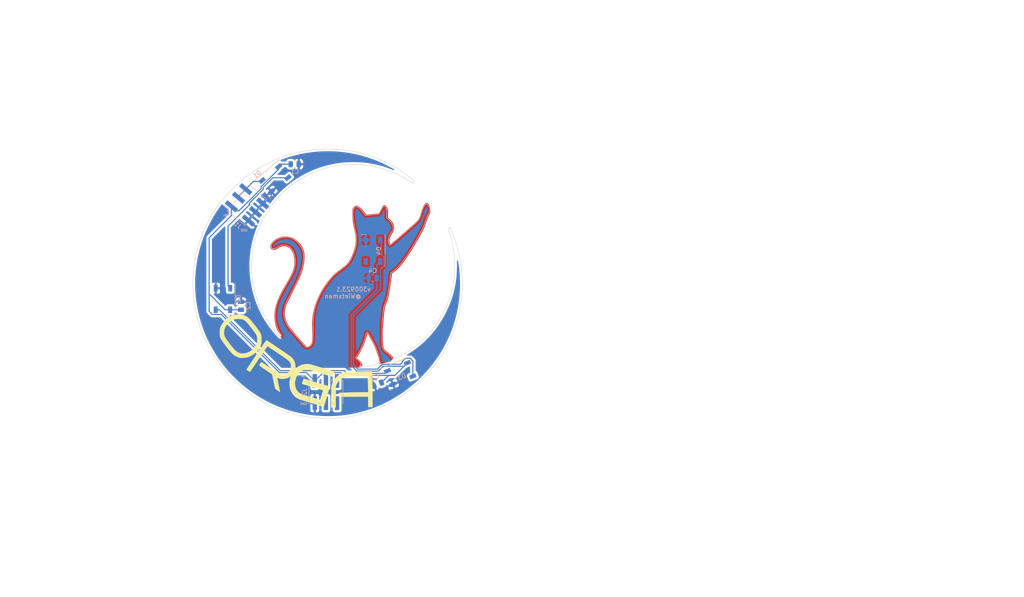
<source format=kicad_pcb>
(kicad_pcb (version 20211014) (generator pcbnew)
  (layers (0 "F.Cu" signal) (31 "B.Cu" signal) (34 "B.Paste" user) (35 "F.Paste" user) (36 "B.SilkS" user "B.Silkscreen") (37 "F.SilkS" user "F.Silkscreen") (38 "B.Mask" user) (39 "F.Mask" user) (44 "Edge.Cuts" user))
  (net 0 "")
  (net 1 "GND")
  (net 2 "Net-(D2-Pad2)")
  (net 3 "Net-(D1-Pad2)")
  (net 4 "Net-(D3-Pad2)")
  (net 6 "D out{slash}in")
  (net 10 "+4V")
  (footprint "Zerocopter:cat_maan_gasten_copper_cat_orga" (layer "F.Cu") (at 150.6 100.2)
    (fp_text reference "Ref**" hide)
    (fp_text value "Val**" hide)
    (fp_line (start 17.537753 15.92647) (end 18.519253 15.31927) (layer "Edge.Cuts") (width 0.1))
    (fp_line (start 7.625753 18.43267) (end 7.614853 18.50317) (layer "Edge.Cuts") (width 0.1))
    (fp_line (start -9.855146 5.85037) (end -9.904946 6.24487) (layer "Edge.Cuts") (width 0.1))
    (fp_line (start -4.852546 -24.58173) (end -5.656646 -24.14371) (layer "Edge.Cuts") (width 0.1))
    (fp_line (start -11.757746 -28.29071) (end -10.588646 -28.75415) (layer "Edge.Cuts") (width 0.1))
    (fp_line (start -2.126846 -30.593356) (end -0.896846 -30.656138) (layer "Edge.Cuts") (width 0.1))
    (fp_line (start -30.660901 -0.91853) (end -30.614391 -1.90083) (layer "Edge.Cuts") (width 0.1))
    (fp_line (start -9.777146 5.44297) (end -9.855146 5.85037) (layer "Edge.Cuts") (width 0.1))
    (fp_line (start -3.145546 6.82977) (end -3.059646 6.33957) (layer "Edge.Cuts") (width 0.1))
    (fp_line (start 20.782053 -14.57373) (end 20.898453 -14.76093) (layer "Edge.Cuts") (width 0.1))
    (fp_line (start 5.845853 -16.77773) (end 5.890253 -16.94253) (layer "Edge.Cuts") (width 0.1))
    (fp_line (start -5.656646 -24.14371) (end -6.441046 -23.67511) (layer "Edge.Cuts") (width 0.1))
    (fp_line (start -7.947446 -22.64936) (end -8.667746 -22.09377) (layer "Edge.Cuts") (width 0.1))
    (fp_line (start 7.747053 14.47367) (end 7.477753 15.02967) (layer "Edge.Cuts") (width 0.1))
    (fp_line (start -8.934546 -10.57583) (end -8.614146 -10.50313) (layer "Edge.Cuts") (width 0.1))
    (fp_line (start -24.298046 18.63387) (end -24.959746 17.73997) (layer "Edge.Cuts") (width 0.1))
    (fp_line (start -11.978846 -9.80953) (end -11.780846 -9.94203) (layer "Edge.Cuts") (width 0.1))
    (fp_line (start 15.164653 17.14267) (end 15.451653 17.02817) (layer "Edge.Cuts") (width 0.1))
    (fp_line (start -21.252786 -22.02791) (end -20.642846 -22.59869) (layer "Edge.Cuts") (width 0.1))
    (fp_line (start 2.655153 -2.88793) (end 3.310153 -3.37443) (layer "Edge.Cuts") (width 0.1))
    (fp_line (start 14.915053 -12.96333) (end 14.962153 -12.73403) (layer "Edge.Cuts") (width 0.1))
    (fp_line (start -29.394446 8.69677) (end -29.657776 7.75907) (layer "Edge.Cuts") (width 0.1))
    (fp_line (start -6.259646 30.01197) (end -7.330046 29.76797) (layer "Edge.Cuts") (width 0.1))
    (fp_line (start -10.589946 11.99537) (end -10.545246 11.96937) (layer "Edge.Cuts") (width 0.1))
    (fp_line (start 6.677853 -17.53383) (end 6.823353 -17.49003) (layer "Edge.Cuts") (width 0.1))
    (fp_line (start -15.977246 -11.79353) (end -16.269146 -10.90903) (layer "Edge.Cuts") (width 0.1))
    (fp_line (start 13.837153 -9.80173) (end 13.854053 -9.57203) (layer "Edge.Cuts") (width 0.1))
    (fp_line (start 30.003853 6.42457) (end 29.775353 7.41357) (layer "Edge.Cuts") (width 0.1))
    (fp_line (start 14.836653 -13.20543) (end 14.915053 -12.96333) (layer "Edge.Cuts") (width 0.1))
    (fp_line (start 8.302953 18.93947) (end 9.050053 18.84667) (layer "Edge.Cuts") (width 0.1))
    (fp_line (start -22.981986 -20.22713) (end -22.422616 -20.84183) (layer "Edge.Cuts") (width 0.1))
    (fp_line (start -0.896846 -30.656138) (end 0.333653 -30.669113) (layer "Edge.Cuts") (width 0.1))
    (fp_line (start 7.842553 -27.10043) (end 6.728953 -27.16698) (layer "Edge.Cuts") (width 0.1))
    (fp_line (start -6.698046 -9.26983) (end -6.482146 -9.01593) (layer "Edge.Cuts") (width 0.1))
    (fp_line (start 21.395753 -16.20013) (end 21.508753 -16.57053) (layer "Edge.Cuts") (width 0.1))
    (fp_line (start 13.600153 27.47687) (end 12.851553 27.84017) (layer "Edge.Cuts") (width 0.1))
    (fp_line (start 21.508753 -16.57053) (end 21.628853 -16.91903) (layer "Edge.Cuts") (width 0.1))
    (fp_line (start 30.584153 2.41157) (end 30.489253 3.42177) (layer "Edge.Cuts") (width 0.1))
    (fp_line (start 4.523753 -4.42363) (end 4.784753 -4.71873) (layer "Edge.Cuts") (width 0.1))
    (fp_line (start -16.181546 3.09607) (end -15.878646 3.98617) (layer "Edge.Cuts") (width 0.1))
    (fp_line (start 6.011453 -17.22123) (end 6.089553 -17.33203) (layer "Edge.Cuts") (width 0.1))
    (fp_line (start 10.529453 18.59207) (end 11.261953 18.43027) (layer "Edge.Cuts") (width 0.1))
    (fp_line (start -9.406546 -29.16729) (end -8.212946 -29.5302) (layer "Edge.Cuts") (width 0.1))
    (fp_line (start -22.892136 20.33757) (end -23.608586 19.49987) (layer "Edge.Cuts") (width 0.1))
    (fp_line (start -2.956046 5.85257) (end -2.836646 5.37447) (layer "Edge.Cuts") (width 0.1))
    (fp_line (start -4.082646 30.38677) (end -5.176946 30.21847) (layer "Edge.Cuts") (width 0.1))
    (fp_line (start 7.426453 18.97117) (end 7.484353 19.00127) (layer "Edge.Cuts") (width 0.1))
    (fp_line (start 19.386153 -22.92122) (end 19.329053 -22.90442) (layer "Edge.Cuts") (width 0.1))
    (fp_line (start -1.454346 -26.01244) (end -2.329546 -25.70455) (layer "Edge.Cuts") (width 0.1))
    (fp_line (start -8.303546 -10.40023) (end -8.003746 -10.26933) (layer "Edge.Cuts") (width 0.1))
    (fp_line (start 5.907053 -14.10683) (end 5.844353 -14.58213) (layer "Edge.Cuts") (width 0.1))
    (fp_line (start -10.567346 11.71117) (end -10.774046 11.36637) (layer "Edge.Cuts") (width 0.1))
    (fp_line (start 12.645153 -17.55463) (end 12.708553 -17.61123) (layer "Edge.Cuts") (width 0.1))
    (fp_line (start 28.741753 -10.69923) (end 29.087953 -9.71413) (layer "Edge.Cuts") (width 0.1))
    (fp_line (start -1.862446 30.60727) (end -2.977546 30.51657) (layer "Edge.Cuts") (width 0.1))
    (fp_line (start -22.149456 21.14647) (end -22.892136 20.33757) (layer "Edge.Cuts") (width 0.1))
    (fp_line (start -19.374146 -23.69408) (end -18.715946 -24.21805) (layer "Edge.Cuts") (width 0.1))
    (fp_line (start -4.954146 14.37997) (end -4.830946 14.42077) (layer "Edge.Cuts") (width 0.1))
    (fp_line (start 14.036853 -14.52263) (end 14.266053 -14.29553) (layer "Edge.Cuts") (width 0.1))
    (fp_line (start -7.909346 -7.50403) (end -8.092746 -7.79043) (layer "Edge.Cuts") (width 0.1))
    (fp_line (start -3.354546 -30.480706) (end -2.126846 -30.593356) (layer "Edge.Cuts") (width 0.1))
    (fp_line (start -11.716746 9.16987) (end -11.824346 8.78257) (layer "Edge.Cuts") (width 0.1))
    (fp_line (start 22.520253 -18.13693) (end 22.816453 -17.88783) (layer "Edge.Cuts") (width 0.1))
    (fp_line (start 6.529753 -10.40793) (end 6.497653 -10.81723) (layer "Edge.Cuts") (width 0.1))
    (fp_line (start 1.563153 -30.632341) (end 2.790253 -30.545885) (layer "Edge.Cuts") (width 0.1))
    (fp_line (start -17.035146 -0.63243) (end -16.875546 0.32487) (layer "Edge.Cuts") (width 0.1))
    (fp_line (start 14.962153 -12.73403) (end 14.965753 -12.53113) (layer "Edge.Cuts") (width 0.1))
    (fp_line (start -8.153246 -1.91093) (end -7.915646 -2.42583) (layer "Edge.Cuts") (width 0.1))
    (fp_line (start 12.754853 14.98857) (end 12.891853 15.18377) (layer "Edge.Cuts") (width 0.1))
    (fp_line (start 21.762653 -17.24673) (end 21.916653 -17.55473) (layer "Edge.Cuts") (width 0.1))
    (fp_line (start 13.562653 15.75917) (end 14.059953 16.12367) (layer "Edge.Cuts") (width 0.1))
    (fp_line (start -7.915646 -2.42583) (end -7.713546 -2.96473) (layer "Edge.Cuts") (width 0.1))
    (fp_line (start 19.329053 -22.90442) (end 19.271953 -22.92251) (layer "Edge.Cuts") (width 0.1))
    (fp_line (start -28.052896 12.37327) (end -28.430856 11.46617) (layer "Edge.Cuts") (width 0.1))
    (fp_line (start 17.298753 -11.32873) (end 18.756753 -12.61373) (layer "Edge.Cuts") (width 0.1))
    (fp_line (start 14.365553 -14.16743) (end 14.452153 -14.02623) (layer "Edge.Cuts") (width 0.1))
    (fp_line (start 12.437753 8.70367) (end 12.404553 9.41417) (layer "Edge.Cuts") (width 0.1))
    (fp_line (start 7.588553 18.56517) (end 7.544353 18.61517) (layer "Edge.Cuts") (width 0.1))
    (fp_line (start -8.421346 -1.42643) (end -8.153246 -1.91093) (layer "Edge.Cuts") (width 0.1))
    (fp_line (start 29.775353 7.41357) (end 29.513653 8.39507) (layer "Edge.Cuts") (width 0.1))
    (fp_line (start 19.836353 -23.32836) (end 19.863053 -23.29792) (layer "Edge.Cuts") (width 0.1))
    (fp_line (start 8.691353 -15.53943) (end 11.466453 -15.82103) (layer "Edge.Cuts") (width 0.1))
    (fp_line (start 6.434153 16.79487) (end 6.439253 16.86137) (layer "Edge.Cuts") (width 0.1))
    (fp_line (start -9.600846 -10.62203) (end -9.263746 -10.61613) (layer "Edge.Cuts") (width 0.1))
    (fp_line (start 13.463853 -27.54203) (end 14.580153 -26.96208) (layer "Edge.Cuts") (width 0.1))
    (fp_line (start -11.780846 -9.94203) (end -11.356446 -10.17283) (layer "Edge.Cuts") (width 0.1))
    (fp_line (start 12.487953 14.31337) (end 12.555453 14.55107) (layer "Edge.Cuts") (width 0.1))
    (fp_line (start 29.677453 -7.72373) (end 29.920853 -6.72013) (layer "Edge.Cuts") (width 0.1))
    (fp_line (start 4.784753 -4.71873) (end 5.021253 -5.03293) (layer "Edge.Cuts") (width 0.1))
    (fp_line (start 14.358353 -8.81833) (end 15.832553 -10.06363) (layer "Edge.Cuts") (width 0.1))
    (fp_line (start -7.644846 -6.87073) (end -7.762046 -7.19693) (layer "Edge.Cuts") (width 0.1))
    (fp_line (start 7.425653 17.88837) (end 7.561253 18.14307) (layer "Edge.Cuts") (width 0.1))
    (fp_line (start -10.013646 -10.58273) (end -9.600846 -10.62203) (layer "Edge.Cuts") (width 0.1))
    (fp_line (start 0.333653 -30.669113) (end 1.563153 -30.632341) (layer "Edge.Cuts") (width 0.1))
    (fp_line (start -5.189946 14.24657) (end -5.074146 14.32197) (layer "Edge.Cuts") (width 0.1))
    (fp_line (start 19.271953 -22.92251) (end 18.310853 -23.55652) (layer "Edge.Cuts") (width 0.1))
    (fp_line (start 6.401753 -17.53083) (end 6.533853 -17.54723) (layer "Edge.Cuts") (width 0.1))
    (fp_line (start -9.287946 0.03827) (end -8.421346 -1.42643) (layer "Edge.Cuts") (width 0.1))
    (fp_line (start 13.311953 -17.35793) (end 13.373753 -17.19003) (layer "Edge.Cuts") (width 0.1))
    (fp_line (start 20.206753 -13.91843) (end 20.514153 -14.22873) (layer "Edge.Cuts") (width 0.1))
    (fp_line (start 12.588953 -17.47873) (end 12.645153 -17.55463) (layer "Edge.Cuts") (width 0.1))
    (fp_line (start 14.483553 16.55837) (end 14.570253 16.69017) (layer "Edge.Cuts") (width 0.1))
    (fp_line (start 10.034553 12.62597) (end 9.309053 11.31927) (layer "Edge.Cuts") (width 0.1))
    (fp_line (start -12.912246 -27.77692) (end -11.757746 -28.29071) (layer "Edge.Cuts") (width 0.1))
    (fp_line (start 9.033753 11.12547) (end 8.967853 11.13107) (layer "Edge.Cuts") (width 0.1))
    (fp_line (start -11.139346 3.53157) (end -10.647046 2.51727) (layer "Edge.Cuts") (width 0.1))
    (fp_line (start -7.380346 -5.51183) (end -7.414246 -5.79083) (layer "Edge.Cuts") (width 0.1))
    (fp_line (start -4.578646 -30.318126) (end -3.354546 -30.480706) (layer "Edge.Cuts") (width 0.1))
    (fp_line (start 13.878653 -10.25443) (end 13.846253 -10.02923) (layer "Edge.Cuts") (width 0.1))
    (fp_line (start 11.122653 -26.58154) (end 10.040253 -26.80733) (layer "Edge.Cuts") (width 0.1))
    (fp_line (start -26.196756 15.87047) (end -26.770526 14.89587) (layer "Edge.Cuts") (width 0.1))
    (fp_line (start -8.667746 -22.09377) (end -9.365046 -21.51076) (layer "Edge.Cuts") (width 0.1))
    (fp_line (start -10.473346 -8.74303) (end -10.787646 -8.64783) (layer "Edge.Cuts") (width 0.1))
    (fp_line (start 16.752453 -25.6552) (end 17.805253 -24.9284) (layer "Edge.Cuts") (width 0.1))
    (fp_line (start -30.606877 2.01207) (end -30.656811 1.03837) (layer "Edge.Cuts") (width 0.1))
    (fp_line (start -19.771846 23.39497) (end -20.588546 22.67567) (layer "Edge.Cuts") (width 0.1))
    (fp_line (start 20.976753 -11.25643) (end 20.146453 -9.76553) (layer "Edge.Cuts") (width 0.1))
    (fp_line (start 6.862753 16.08927) (end 6.513553 16.58677) (layer "Edge.Cuts") (width 0.1))
    (fp_line (start 12.385053 13.55097) (end 12.438753 14.06597) (layer "Edge.Cuts") (width 0.1))
    (fp_line (start 27.681153 -12.61713) (end 27.725053 -12.69213) (layer "Edge.Cuts") (width 0.1))
    (fp_line (start 6.469653 16.65737) (end 6.443653 16.72677) (layer "Edge.Cuts") (width 0.1))
    (fp_line (start -28.780646 10.55077) (end -29.101956 9.62747) (layer "Edge.Cuts") (width 0.1))
    (fp_line (start 23.396853 19.77517) (end 22.841253 20.40947) (layer "Edge.Cuts") (width 0.1))
    (fp_line (start 7.610453 18.28187) (end 7.625753 18.43267) (layer "Edge.Cuts") (width 0.1))
    (fp_line (start 6.089553 -17.33203) (end 6.180153 -17.42163) (layer "Edge.Cuts") (width 0.1))
    (fp_line (start 14.266053 -14.29553) (end 14.365553 -14.16743) (layer "Edge.Cuts") (width 0.1))
    (fp_line (start 6.378553 -11.65283) (end 6.291653 -12.07933) (layer "Edge.Cuts") (width 0.1))
    (fp_line (start 10.739753 13.94347) (end 10.034553 12.62597) (layer "Edge.Cuts") (width 0.1))
    (fp_line (start 23.011053 -15.91993) (end 22.784453 -15.53573) (layer "Edge.Cuts") (width 0.1))
    (fp_line (start 12.182753 -16.77293) (end 12.588953 -17.47873) (layer "Edge.Cuts") (width 0.1))
    (fp_line (start 29.513653 8.39507) (end 29.218853 9.36837) (layer "Edge.Cuts") (width 0.1))
    (fp_line (start -12.164446 -9.66583) (end -11.978846 -9.80953) (layer "Edge.Cuts") (width 0.1))
    (fp_line (start 14.059953 16.12367) (end 14.285053 16.32567) (layer "Edge.Cuts") (width 0.1))
    (fp_line (start -11.539446 11.24147) (end -10.878146 11.96357) (layer "Edge.Cuts") (width 0.1))
    (fp_line (start -6.441046 -23.67511) (end -7.204946 -23.17673) (layer "Edge.Cuts") (width 0.1))
    (fp_line (start -5.797346 -30.105556) (end -4.578646 -30.318126) (layer "Edge.Cuts") (width 0.1))
    (fp_line (start 21.082053 22.21517) (end 20.466253 22.78387) (layer "Edge.Cuts") (width 0.1))
    (fp_line (start -24.554866 -18.30063) (end -24.048366 -18.95623) (layer "Edge.Cuts") (width 0.1))
    (fp_line (start 11.989453 18.24547) (end 11.646853 16.39597) (layer "Edge.Cuts") (width 0.1))
    (fp_line (start -9.904946 6.24487) (end -9.927446 6.62747) (layer "Edge.Cuts") (width 0.1))
    (fp_line (start 22.312153 -18.11543) (end 22.360853 -18.15623) (layer "Edge.Cuts") (width 0.1))
    (fp_line (start -7.439946 -9.93213) (end -7.177846 -9.73003) (layer "Edge.Cuts") (width 0.1))
    (fp_line (start 29.218853 9.36837) (end 28.890853 10.33257) (layer "Edge.Cuts") (width 0.1))
    (fp_line (start -8.212946 -29.5302) (end -7.009346 -29.84293) (layer "Edge.Cuts") (width 0.1))
    (fp_line (start 13.250053 -25.97332) (end 12.192853 -26.30341) (layer "Edge.Cuts") (width 0.1))
    (fp_line (start -11.908846 -18.92013) (end -12.479446 -18.21183) (layer "Edge.Cuts") (width 0.1))
    (fp_line (start 12.972053 4.79897) (end 12.835353 5.32867) (layer "Edge.Cuts") (width 0.1))
    (fp_line (start 15.022453 -2.86003) (end 14.837453 -2.74973) (layer "Edge.Cuts") (width 0.1))
    (fp_line (start -16.281346 25.95977) (end -17.185946 25.36647) (layer "Edge.Cuts") (width 0.1))
    (fp_line (start 8.946653 -26.98042) (end 7.842553 -27.10043) (layer "Edge.Cuts") (width 0.1))
    (fp_line (start 9.792253 18.73087) (end 10.529453 18.59207) (layer "Edge.Cuts") (width 0.1))
    (fp_line (start -3.780746 14.09537) (end -3.692446 13.99057) (layer "Edge.Cuts") (width 0.1))
    (fp_line (start 28.135753 12.23017) (end 27.708853 13.16197) (layer "Edge.Cuts") (width 0.1))
    (fp_line (start 12.093253 28.18307) (end 11.325653 28.50517) (layer "Edge.Cuts") (width 0.1))
    (fp_line (start 16.334953 -24.67501) (end 15.321953 -25.15875) (layer "Edge.Cuts") (width 0.1))
    (fp_line (start 3.339353 -27.04217) (end 2.196053 -26.89117) (layer "Edge.Cuts") (width 0.1))
    (fp_line (start 7.614853 18.50317) (end 7.588553 18.56517) (layer "Edge.Cuts") (width 0.1))
    (fp_line (start -29.101956 9.62747) (end -29.394446 8.69677) (layer "Edge.Cuts") (width 0.1))
    (fp_line (start 12.891853 15.18377) (end 13.056953 15.36027) (layer "Edge.Cuts") (width 0.1))
    (fp_line (start -13.536446 -16.72783) (end -14.021346 -15.95363) (layer "Edge.Cuts") (width 0.1))
    (fp_line (start -9.031946 9.66877) (end -8.825146 9.97727) (layer "Edge.Cuts") (width 0.1))
    (fp_line (start -0.563346 -26.28583) (end -1.454346 -26.01244) (layer "Edge.Cuts") (width 0.1))
    (fp_line (start 14.647253 16.83467) (end 14.713553 16.99327) (layer "Edge.Cuts") (width 0.1))
    (fp_line (start -15.539746 4.85947) (end -15.165146 5.71597) (layer "Edge.Cuts") (width 0.1))
    (fp_line (start 7.953253 -16.45223) (end 8.198153 -16.12493) (layer "Edge.Cuts") (width 0.1))
    (fp_line (start 6.291653 -12.07933) (end 6.196153 -12.51263) (layer "Edge.Cuts") (width 0.1))
    (fp_line (start 29.087953 -9.71413) (end 29.399853 -8.72203) (layer "Edge.Cuts") (width 0.1))
    (fp_line (start -5.074146 14.32197) (end -4.954146 14.37997) (layer "Edge.Cuts") (width 0.1))
    (fp_line (start -5.492046 -5.12863) (end -5.592246 -4.47703) (layer "Edge.Cuts") (width 0.1))
    (fp_line (start -12.791446 -8.22023) (end -12.845446 -8.35533) (layer "Edge.Cuts") (width 0.1))
    (fp_line (start 5.786453 -16.40553) (end 5.845853 -16.77773) (layer "Edge.Cuts") (width 0.1))
    (fp_line (start 12.192853 -26.30341) (end 11.122653 -26.58154) (layer "Edge.Cuts") (width 0.1))
    (fp_line (start 5.606653 -27.1797) (end 4.476453 -27.13822) (layer "Edge.Cuts") (width 0.1))
    (fp_line (start 30.627653 -1.65203) (end 30.667253 -0.63433) (layer "Edge.Cuts") (width 0.1))
    (fp_line (start 15.832553 -10.06363) (end 17.298753 -11.32873) (layer "Edge.Cuts") (width 0.1))
    (fp_line (start -7.436246 -4.08843) (end -7.371246 -4.66013) (layer "Edge.Cuts") (width 0.1))
    (fp_line (start 21.683453 21.62977) (end 21.082053 22.21517) (layer "Edge.Cuts") (width 0.1))
    (fp_line (start 8.794053 11.23557) (end 8.777553 11.29137) (layer "Edge.Cuts") (width 0.1))
    (fp_line (start 22.602453 -15.14173) (end 22.452953 -14.74153) (layer "Edge.Cuts") (width 0.1))
    (fp_line (start 28.529753 11.28677) (end 28.135753 12.23017) (layer "Edge.Cuts") (width 0.1))
    (fp_line (start 28.941553 -5.31223) (end 28.913253 -5.81663) (layer "Edge.Cuts") (width 0.1))
    (fp_line (start 12.404553 9.41417) (end 12.387853 10.12567) (layer "Edge.Cuts") (width 0.1))
    (fp_line (start -16.448746 2.18907) (end -16.181546 3.09607) (layer "Edge.Cuts") (width 0.1))
    (fp_line (start 13.854053 -9.57203) (end 13.899553 -9.34013) (layer "Edge.Cuts") (width 0.1))
    (fp_line (start 27.887153 -11.20803) (end 27.787353 -11.44323) (layer "Edge.Cuts") (width 0.1))
    (fp_line (start 25.673153 16.75537) (end 25.082653 17.61617) (layer "Edge.Cuts") (width 0.1))
    (fp_line (start 10.549153 28.80617) (end 9.764153 29.08577) (layer "Edge.Cuts") (width 0.1))
    (fp_line (start -9.480346 4.53577) (end -9.661146 5.02717) (layer "Edge.Cuts") (width 0.1))
    (fp_line (start -29.891614 6.81487) (end -30.095637 5.86457) (layer "Edge.Cuts") (width 0.1))
    (fp_line (start 15.643153 -3.39023) (end 15.185353 -2.97763) (layer "Edge.Cuts") (width 0.1))
    (fp_line (start 12.329453 -28.0729) (end 13.463853 -27.54203) (layer "Edge.Cuts") (width 0.1))
    (fp_line (start -12.035846 -7.98353) (end -12.303746 -7.88233) (layer "Edge.Cuts") (width 0.1))
    (fp_line (start 8.198153 -16.12493) (end 8.600053 -15.57743) (layer "Edge.Cuts") (width 0.1))
    (fp_line (start 9.050053 18.84667) (end 9.792253 18.73087) (layer "Edge.Cuts") (width 0.1))
    (fp_line (start 18.756753 -12.61373) (end 20.206753 -13.91843) (layer "Edge.Cuts") (width 0.1))
    (fp_line (start -15.356646 26.52037) (end -16.281346 25.95977) (layer "Edge.Cuts") (width 0.1))
    (fp_line (start 8.833353 -29.37046) (end 10.012653 -28.98718) (layer "Edge.Cuts") (width 0.1))
    (fp_line (start -18.931946 24.08357) (end -19.771846 23.39497) (layer "Edge.Cuts") (width 0.1))
    (fp_line (start -14.308346 7.37867) (end -13.826246 8.18487) (layer "Edge.Cuts") (width 0.1))
    (fp_line (start 12.734853 5.87047) (end 12.635853 6.57737) (layer "Edge.Cuts") (width 0.1))
    (fp_line (start -8.092746 -7.79043) (end -8.318046 -8.05483) (layer "Edge.Cuts") (width 0.1))
    (fp_line (start 23.330253 -16.81133) (end 23.318953 -16.66773) (layer "Edge.Cuts") (width 0.1))
    (fp_line (start 28.796353 -6.93993) (end 28.705553 -7.55043) (layer "Edge.Cuts") (width 0.1))
    (fp_line (start -4.580146 14.45307) (end -4.454846 14.44547) (layer "Edge.Cuts") (width 0.1))
    (fp_line (start 28.890853 10.33257) (end 28.529753 11.28677) (layer "Edge.Cuts") (width 0.1))
    (fp_line (start 5.890253 -16.94253) (end 5.945153 -17.09083) (layer "Edge.Cuts") (width 0.1))
    (fp_line (start 23.134953 -17.49913) (end 23.207553 -17.36563) (layer "Edge.Cuts") (width 0.1))
    (fp_line (start -16.680046 1.26537) (end -16.448746 2.18907) (layer "Edge.Cuts") (width 0.1))
    (fp_line (start 8.777553 11.29137) (end 8.719253 11.70267) (layer "Edge.Cuts") (width 0.1))
    (fp_line (start 13.056953 15.36027) (end 13.306753 15.57057) (layer "Edge.Cuts") (width 0.1))
    (fp_line (start -15.651146 -12.66153) (end -15.977246 -11.79353) (layer "Edge.Cuts") (width 0.1))
    (fp_line (start 13.373753 -17.19003) (end 13.419153 -16.99773) (layer "Edge.Cuts") (width 0.1))
    (fp_line (start 6.487053 16.98847) (end 6.573653 17.10627) (layer "Edge.Cuts") (width 0.1))
    (fp_line (start -17.353046 -25.21694) (end -16.272546 -25.93278) (layer "Edge.Cuts") (width 0.1))
    (fp_line (start 16.895553 -4.77673) (end 16.496053 -4.29293) (layer "Edge.Cuts") (width 0.1))
    (fp_line (start 19.459753 14.67437) (end 20.359153 13.99197) (layer "Edge.Cuts") (width 0.1))
    (fp_line (start 13.976253 -9.10633) (end 14.086953 -8.87043) (layer "Edge.Cuts") (width 0.1))
    (fp_line (start 13.899553 -9.34013) (end 13.976253 -9.10633) (layer "Edge.Cuts") (width 0.1))
    (fp_line (start 7.544353 18.61517) (end 7.480053 18.64907) (layer "Edge.Cuts") (width 0.1))
    (fp_line (start -9.263746 -10.61613) (end -8.934546 -10.57583) (layer "Edge.Cuts") (width 0.1))
    (fp_line (start 22.816453 -17.88783) (end 23.045553 -17.63073) (layer "Edge.Cuts") (width 0.1))
    (fp_line (start -4.029446 -24.98841) (end -4.852546 -24.58173) (layer "Edge.Cuts") (width 0.1))
    (fp_line (start -27.203976 -14.10483) (end -26.810146 -14.83363) (layer "Edge.Cuts") (width 0.1))
    (fp_line (start 7.551053 19.00927) (end 8.302953 18.93947) (layer "Edge.Cuts") (width 0.1))
    (fp_line (start 11.593253 -15.85143) (end 11.705553 -15.91323) (layer "Edge.Cuts") (width 0.1))
    (fp_line (start 20.514153 -14.22873) (end 20.782053 -14.57373) (layer "Edge.Cuts") (width 0.1))
    (fp_line (start -9.893646 7.35997) (end -9.838946 7.71157) (layer "Edge.Cuts") (width 0.1))
    (fp_line (start 28.705553 -7.55043) (end 28.487453 -8.70663) (layer "Edge.Cuts") (width 0.1))
    (fp_line (start -10.545246 11.96937) (end -10.516946 11.93477) (layer "Edge.Cuts") (width 0.1))
    (fp_line (start 0.394753 30.66957) (end -0.738146 30.65837) (layer "Edge.Cuts") (width 0.1))
    (fp_line (start 14.338653 27.09337) (end 13.600153 27.47687) (layer "Edge.Cuts") (width 0.1))
    (fp_line (start -3.059646 6.33957) (end -2.956046 5.85257) (layer "Edge.Cuts") (width 0.1))
    (fp_line (start -21.846126 -21.44219) (end -21.252786 -22.02791) (layer "Edge.Cuts") (width 0.1))
    (fp_line (start -16.272546 -25.93278) (end -15.171246 -26.59801) (layer "Edge.Cuts") (width 0.1))
    (fp_line (start 10.040253 -26.80733) (end 8.946653 -26.98042) (layer "Edge.Cuts") (width 0.1))
    (fp_line (start 28.622053 0.08127) (end 28.748353 -0.73493) (layer "Edge.Cuts") (width 0.1))
    (fp_line (start 21.628853 -16.91903) (end 21.762653 -17.24673) (layer "Edge.Cuts") (width 0.1))
    (fp_line (start -15.878646 3.98617) (end -15.539746 4.85947) (layer "Edge.Cuts") (width 0.1))
    (fp_line (start 13.520253 3.35337) (end 13.353753 3.77637) (layer "Edge.Cuts") (width 0.1))
    (fp_line (start -26.810146 -14.83363) (end -26.396906 -15.55113) (layer "Edge.Cuts") (width 0.1))
    (fp_line (start 11.385953 15.55687) (end 11.246653 15.14127) (layer "Edge.Cuts") (width 0.1))
    (fp_line (start -15.165146 5.71597) (end -14.754646 6.55577) (layer "Edge.Cuts") (width 0.1))
    (fp_line (start 30.305453 -4.70043) (end 30.446753 -3.68593) (layer "Edge.Cuts") (width 0.1))
    (fp_line (start -25.592906 16.81867) (end -26.196756 15.87047) (layer "Edge.Cuts") (width 0.1))
    (fp_line (start -5.477046 -6.72793) (end -5.448046 -6.41853) (layer "Edge.Cuts") (width 0.1))
    (fp_line (start -1.500346 2.11927) (end -1.074646 1.39237) (layer "Edge.Cuts") (width 0.1))
    (fp_line (start -7.551746 -6.52663) (end -7.644846 -6.87073) (layer "Edge.Cuts") (width 0.1))
    (fp_line (start -12.814446 -8.81493) (end -12.740046 -8.98073) (layer "Edge.Cuts") (width 0.1))
    (fp_line (start -12.856946 -8.65433) (end -12.814446 -8.81493) (layer "Edge.Cuts") (width 0.1))
    (fp_line (start -7.408646 0.36367) (end -8.167146 1.84957) (layer "Edge.Cuts") (width 0.1))
    (fp_line (start -18.042146 -24.72578) (end -17.353046 -25.21694) (layer "Edge.Cuts") (width 0.1))
    (fp_line (start -30.017815 -6.26043) (end -29.83227 -7.08543) (layer "Edge.Cuts") (width 0.1))
    (fp_line (start 6.049153 -7.27213) (end 6.190153 -7.66453) (layer "Edge.Cuts") (width 0.1))
    (fp_line (start 6.443653 16.72677) (end 6.434153 16.79487) (layer "Edge.Cuts") (width 0.1))
    (fp_line (start 14.837453 -2.74973) (end 14.646253 -2.63643) (layer "Edge.Cuts") (width 0.1))
    (fp_line (start 5.229253 -5.36903) (end 5.405053 -5.72993) (layer "Edge.Cuts") (width 0.1))
    (fp_line (start 23.546153 10.88587) (end 24.240253 10.01537) (layer "Edge.Cuts") (width 0.1))
    (fp_line (start 27.963953 -10.95813) (end 27.887153 -11.20803) (layer "Edge.Cuts") (width 0.1))
    (fp_line (start 22.411753 -18.17343) (end 22.464853 -18.16703) (layer "Edge.Cuts") (width 0.1))
    (fp_line (start 14.464853 -2.50953) (end 14.423353 -2.46133) (layer "Edge.Cuts") (width 0.1))
    (fp_line (start 20.466253 22.78387) (end 19.836353 23.33527) (layer "Edge.Cuts") (width 0.1))
    (fp_line (start 20.898453 -14.76093) (end 21.001653 -14.95883) (layer "Edge.Cuts") (width 0.1))
    (fp_line (start 17.866253 24.88377) (end 17.184053 25.36357) (layer "Edge.Cuts") (width 0.1))
    (fp_line (start 1.262653 -26.72599) (end 0.342553 -26.52394) (layer "Edge.Cuts") (width 0.1))
    (fp_line (start 14.418153 -11.55493) (end 14.190153 -11.13163) (layer "Edge.Cuts") (width 0.1))
    (fp_line (start 14.768053 17.16767) (end 14.799753 17.21807) (layer "Edge.Cuts") (width 0.1))
    (fp_line (start -25.513186 -16.95063) (end -25.043216 -17.63193) (layer "Edge.Cuts") (width 0.1))
    (fp_line (start -9.489746 -8.72223) (end -9.817446 -8.77763) (layer "Edge.Cuts") (width 0.1))
    (fp_line (start 7.642153 -29.70443) (end 8.833353 -29.37046) (layer "Edge.Cuts") (width 0.1))
    (fp_line (start 13.472153 -15.66213) (end 13.459653 -15.29003) (layer "Edge.Cuts") (width 0.1))
    (fp_line (start 12.555453 14.55107) (end 12.643553 14.77687) (layer "Edge.Cuts") (width 0.1))
    (fp_line (start 23.045553 -17.63073) (end 23.134953 -17.49913) (layer "Edge.Cuts") (width 0.1))
    (fp_line (start 12.856653 -17.66643) (end 13.006153 -17.65563) (layer "Edge.Cuts") (width 0.1))
    (fp_line (start -30.535069 -2.88503) (end -30.440007 -3.73953) (layer "Edge.Cuts") (width 0.1))
    (fp_line (start -7.044346 -0.38523) (end -7.408646 0.36367) (layer "Edge.Cuts") (width 0.1))
    (fp_line (start 13.846253 -10.02923) (end 13.837153 -9.80173) (layer "Edge.Cuts") (width 0.1))
    (fp_line (start 12.438753 14.06597) (end 12.487953 14.31337) (layer "Edge.Cuts") (width 0.1))
    (fp_line (start -10.774046 11.36637) (end -10.966546 11.01547) (layer "Edge.Cuts") (width 0.1))
    (fp_line (start 14.285053 16.32567) (end 14.483553 16.55837) (layer "Edge.Cuts") (width 0.1))
    (fp_line (start 12.635853 6.57737) (end 12.553353 7.28517) (layer "Edge.Cuts") (width 0.1))
    (fp_line (start 7.183553 15.56917) (end 6.862753 16.08927) (layer "Edge.Cuts") (width 0.1))
    (fp_line (start -8.167146 1.84957) (end -8.924846 3.32607) (layer "Edge.Cuts") (width 0.1))
    (fp_line (start -5.592246 -4.47703) (end -5.731046 -3.84033) (layer "Edge.Cuts") (width 0.1))
    (fp_line (start -16.747246 -9.09403) (end -16.931846 -8.16503) (layer "Edge.Cuts") (width 0.1))
    (fp_line (start -4.210646 14.38487) (end -3.982746 14.26697) (layer "Edge.Cuts") (width 0.1))
    (fp_line (start 14.288653 -8.78273) (end 14.358353 -8.81833) (layer "Edge.Cuts") (width 0.1))
    (fp_line (start 1.698453 -2.13973) (end 2.008853 -2.39543) (layer "Edge.Cuts") (width 0.1))
    (fp_line (start -9.817446 -8.77763) (end -10.147646 -8.78543) (layer "Edge.Cuts") (width 0.1))
    (fp_line (start -6.735946 12.45287) (end -5.403846 14.04117) (layer "Edge.Cuts") (width 0.1))
    (fp_line (start -7.009346 -29.84293) (end -5.797346 -30.105556) (layer "Edge.Cuts") (width 0.1))
    (fp_line (start 13.130353 -17.59663) (end 13.231553 -17.49543) (layer "Edge.Cuts") (width 0.1))
    (fp_line (start -7.330046 29.76797) (end -8.387346 29.48677) (layer "Edge.Cuts") (width 0.1))
    (fp_line (start 12.835353 5.32867) (end 12.734853 5.87047) (layer "Edge.Cuts") (width 0.1))
    (fp_line (start 26.606253 6.15697) (end 27.095053 5.09837) (layer "Edge.Cuts") (width 0.1))
    (fp_line (start 14.190153 -11.13163) (end 14.003353 -10.69793) (layer "Edge.Cuts") (width 0.1))
    (fp_line (start -5.731046 -3.84033) (end -5.898246 -3.23253) (layer "Edge.Cuts") (width 0.1))
    (fp_line (start 5.731953 -6.49183) (end 6.049153 -7.27213) (layer "Edge.Cuts") (width 0.1))
    (fp_line (start -17.079046 -7.22283) (end -17.161946 -6.52963) (layer "Edge.Cuts") (width 0.1))
    (fp_line (start 28.913253 -5.81663) (end 28.872053 -6.29813) (layer "Edge.Cuts") (width 0.1))
    (fp_line (start -9.760146 8.05457) (end -9.657946 8.38967) (layer "Edge.Cuts") (width 0.1))
    (fp_line (start 23.263353 -17.23003) (end 23.302453 -17.09243) (layer "Edge.Cuts") (width 0.1))
    (fp_line (start -5.403846 14.04117) (end -5.300246 14.15307) (layer "Edge.Cuts") (width 0.1))
    (fp_line (start -17.224146 -5.82763) (end -17.265446 -5.12003) (layer "Edge.Cuts") (width 0.1))
    (fp_line (start 6.685953 17.21307) (end 6.810553 17.30677) (layer "Edge.Cuts") (width 0.1))
    (fp_line (start -9.533246 8.71787) (end -9.386846 9.03987) (layer "Edge.Cuts") (width 0.1))
    (fp_line (start 8.421653 12.73817) (end 8.217253 13.32487) (layer "Edge.Cuts") (width 0.1))
    (fp_line (start 1.535253 30.64017) (end 0.394753 30.66957) (layer "Edge.Cuts") (width 0.1))
    (fp_line (start -23.523986 -19.59853) (end -22.981986 -20.22713) (layer "Edge.Cuts") (width 0.1))
    (fp_line (start 23.324753 -16.95293) (end 23.330253 -16.81133) (layer "Edge.Cuts") (width 0.1))
    (fp_line (start 23.318953 -16.66773) (end 23.290953 -16.52223) (layer "Edge.Cuts") (width 0.1))
    (fp_line (start 21.217453 13.27187) (end 22.034753 12.51417) (layer "Edge.Cuts") (width 0.1))
    (fp_line (start 17.651553 -5.79323) (end 17.279953 -5.27793) (layer "Edge.Cuts") (width 0.1))
    (fp_line (start 19.859953 -23.24085) (end 19.830053 -23.21421) (layer "Edge.Cuts") (width 0.1))
    (fp_line (start 29.920853 -6.72013) (end 30.130253 -5.71213) (layer "Edge.Cuts") (width 0.1))
    (fp_line (start 7.484353 19.00127) (end 7.551053 19.00927) (layer "Edge.Cuts") (width 0.1))
    (fp_line (start 6.440753 -29.989015) (end 7.642153 -29.70443) (layer "Edge.Cuts") (width 0.1))
    (fp_line (start -12.164846 10.50247) (end -11.539446 11.24147) (layer "Edge.Cuts") (width 0.1))
    (fp_line (start 14.293353 -25.59164) (end 13.250053 -25.97332) (layer "Edge.Cuts") (width 0.1))
    (fp_line (start -17.161946 -6.52963) (end -17.224146 -5.82763) (layer "Edge.Cuts") (width 0.1))
    (fp_line (start 22.464853 -18.16703) (end 22.520253 -18.13693) (layer "Edge.Cuts") (width 0.1))
    (fp_line (start 20.146453 -9.76553) (end 19.275953 -8.29793) (layer "Edge.Cuts") (width 0.1))
    (fp_line (start 2.008853 -2.39543) (end 2.655153 -2.88793) (layer "Edge.Cuts") (width 0.1))
    (fp_line (start -10.878146 11.96357) (end -10.809946 12.00907) (layer "Edge.Cuts") (width 0.1))
    (fp_line (start 17.279953 -5.27793) (end 16.895553 -4.77673) (layer "Edge.Cuts") (width 0.1))
    (fp_line (start 5.766553 -15.53503) (end 5.761753 -15.98703) (layer "Edge.Cuts") (width 0.1))
    (fp_line (start 13.461653 -15.03333) (end 13.478353 -14.97373) (layer "Edge.Cuts") (width 0.1))
    (fp_line (start 16.496053 -4.29293) (end 16.079353 -3.82973) (layer "Edge.Cuts") (width 0.1))
    (fp_line (start -27.578116 -13.36483) (end -27.203976 -14.10483) (layer "Edge.Cuts") (width 0.1))
    (fp_line (start -10.809946 12.00907) (end -10.728446 12.02197) (layer "Edge.Cuts") (width 0.1))
    (fp_line (start 8.967853 11.13107) (end 8.900653 11.15317) (layer "Edge.Cuts") (width 0.1))
    (fp_line (start 7.480053 18.64907) (end 7.421353 18.68187) (layer "Edge.Cuts") (width 0.1))
    (fp_line (start 4.013153 -30.409804) (end 5.230553 -30.224161) (layer "Edge.Cuts") (width 0.1))
    (fp_line (start 14.570253 16.69017) (end 14.647253 16.83467) (layer "Edge.Cuts") (width 0.1))
    (fp_line (start 13.306753 15.57057) (end 13.562653 15.75917) (layer "Edge.Cuts") (width 0.1))
    (fp_line (start 27.708853 13.16197) (end 27.249053 14.08117) (layer "Edge.Cuts") (width 0.1))
    (fp_line (start 28.465953 0.88677) (end 28.622053 0.08127) (layer "Edge.Cuts") (width 0.1))
    (fp_line (start -13.826246 8.18487) (end -13.308246 8.97417) (layer "Edge.Cuts") (width 0.1))
    (fp_line (start 13.353753 3.77637) (end 13.144853 4.28157) (layer "Edge.Cuts") (width 0.1))
    (fp_line (start 23.184553 -16.22503) (end 23.011053 -15.91993) (layer "Edge.Cuts") (width 0.1))
    (fp_line (start -3.299246 10.48157) (end -3.276846 8.26377) (layer "Edge.Cuts") (width 0.1))
    (fp_line (start -0.620546 0.68937) (end -0.142846 0.00807) (layer "Edge.Cuts") (width 0.1))
    (fp_line (start -10.455446 -10.49413) (end -10.013646 -10.58273) (layer "Edge.Cuts") (width 0.1))
    (fp_line (start -1.892846 2.87247) (end -1.500346 2.11927) (layer "Edge.Cuts") (width 0.1))
    (fp_line (start -16.931846 -8.16503) (end -17.079046 -7.22283) (layer "Edge.Cuts") (width 0.1))
    (fp_line (start -6.930246 -9.50853) (end -6.698046 -9.26983) (layer "Edge.Cuts") (width 0.1))
    (fp_line (start 7.294253 17.68767) (end 7.425653 17.88837) (layer "Edge.Cuts") (width 0.1))
    (fp_line (start 14.713553 16.99327) (end 14.768053 17.16767) (layer "Edge.Cuts") (width 0.1))
    (fp_line (start -16.526046 -10.00903) (end -16.747246 -9.09403) (layer "Edge.Cuts") (width 0.1))
    (fp_line (start -4.454846 14.44547) (end -4.331246 14.42257) (layer "Edge.Cuts") (width 0.1))
    (fp_line (start -29.144776 -9.51033) (end -28.872846 -10.30083) (layer "Edge.Cuts") (width 0.1))
    (fp_line (start -8.869746 -8.47883) (end -9.171546 -8.62183) (layer "Edge.Cuts") (width 0.1))
    (fp_line (start -10.029946 1.35287) (end -9.287946 0.03827) (layer "Edge.Cuts") (width 0.1))
    (fp_line (start -12.470046 28.00077) (end -13.450246 27.54137) (layer "Edge.Cuts") (width 0.1))
    (fp_line (start -17.264446 -2.99453) (end -17.222246 -2.29553) (layer "Edge.Cuts") (width 0.1))
    (fp_line (start 12.387453 12.50327) (end 12.374553 13.02407) (layer "Edge.Cuts") (width 0.1))
    (fp_line (start 12.487353 7.99397) (end 12.437753 8.70367) (layer "Edge.Cuts") (width 0.1))
    (fp_line (start 14.003353 -10.69793) (end 13.931953 -10.47743) (layer "Edge.Cuts") (width 0.1))
    (fp_line (start -3.692446 13.99057) (end -3.614246 13.87377) (layer "Edge.Cuts") (width 0.1))
    (fp_line (start -9.923446 6.99887) (end -9.893646 7.35997) (layer "Edge.Cuts") (width 0.1))
    (fp_line (start 8.607653 12.14747) (end 8.421653 12.73817) (layer "Edge.Cuts") (width 0.1))
    (fp_line (start -8.003746 -10.26933) (end -7.715546 -10.11263) (layer "Edge.Cuts") (width 0.1))
    (fp_line (start -12.704946 -8.09693) (end -12.791446 -8.22023) (layer "Edge.Cuts") (width 0.1))
    (fp_line (start 6.054253 -13.22263) (end 5.907053 -14.10683) (layer "Edge.Cuts") (width 0.1))
    (fp_line (start 22.360853 -18.15623) (end 22.411753 -18.17343) (layer "Edge.Cuts") (width 0.1))
    (fp_line (start -14.476046 -15.15923) (end -14.899746 -14.34513) (layer "Edge.Cuts") (width 0.1))
    (fp_line (start 27.725053 -12.69213) (end 27.804353 -12.72743) (layer "Edge.Cuts") (width 0.1))
    (fp_line (start 8.600053 -15.57743) (end 8.640553 -15.54573) (layer "Edge.Cuts") (width 0.1))
    (fp_line (start 6.728953 -27.16698) (end 5.606653 -27.1797) (layer "Edge.Cuts") (width 0.1))
    (fp_line (start 5.761753 -15.98703) (end 5.786453 -16.40553) (layer "Edge.Cuts") (width 0.1))
    (fp_line (start 15.066753 26.68997) (end 14.338653 27.09337) (layer "Edge.Cuts") (width 0.1))
    (fp_line (start 14.086953 -8.87043) (end 14.138553 -8.81143) (layer "Edge.Cuts") (width 0.1))
    (fp_line (start -18.715946 -24.21805) (end -18.042146 -24.72578) (layer "Edge.Cuts") (width 0.1))
    (fp_line (start -3.412846 13.14647) (end -3.379646 12.79057) (layer "Edge.Cuts") (width 0.1))
    (fp_line (start 15.676953 -26.33312) (end 16.752453 -25.6552) (layer "Edge.Cuts") (width 0.1))
    (fp_line (start 28.064053 2.46577) (end 28.279953 1.68157) (layer "Edge.Cuts") (width 0.1))
    (fp_line (start 21.090653 -15.16823) (end 21.164353 -15.38973) (layer "Edge.Cuts") (width 0.1))
    (fp_line (start -30.656811 1.03837) (end -30.67493 0.06137) (layer "Edge.Cuts") (width 0.1))
    (fp_line (start -6.283546 -8.74923) (end -6.103146 -8.47163) (layer "Edge.Cuts") (width 0.1))
    (fp_line (start 10.012653 -28.98718) (end 11.178453 -28.55464) (layer "Edge.Cuts") (width 0.1))
    (fp_line (start 6.497653 -10.81723) (end 6.447253 -11.23213) (layer "Edge.Cuts") (width 0.1))
    (fp_line (start -5.800646 -7.89273) (end -5.680346 -7.59573) (layer "Edge.Cuts") (width 0.1))
    (fp_line (start -0.142846 0.00807) (end 0.353653 -0.65413) (layer "Edge.Cuts") (width 0.1))
    (fp_line (start 7.379153 18.73167) (end 7.356953 18.79307) (layer "Edge.Cuts") (width 0.1))
    (fp_line (start 11.705553 -15.91323) (end 11.797953 -16.00203) (layer "Edge.Cuts") (width 0.1))
    (fp_line (start -10.938346 -8.57973) (end -11.083546 -8.49753) (layer "Edge.Cuts") (width 0.1))
    (fp_line (start -7.552046 -3.52113) (end -7.436246 -4.08843) (layer "Edge.Cuts") (width 0.1))
    (fp_line (start -8.591246 -8.29583) (end -8.869746 -8.47883) (layer "Edge.Cuts") (width 0.1))
    (fp_line (start 26.756453 14.98707) (end 26.231153 15.87877) (layer "Edge.Cuts") (width 0.1))
    (fp_line (start -3.379646 12.79057) (end -3.323446 11.60707) (layer "Edge.Cuts") (width 0.1))
    (fp_line (start 28.487453 -8.70663) (end 28.234653 -9.82353) (layer "Edge.Cuts") (width 0.1))
    (fp_line (start 6.513553 16.58677) (end 6.469653 16.65737) (layer "Edge.Cuts") (width 0.1))
    (fp_line (start 8.170353 29.57977) (end 7.362353 29.79347) (layer "Edge.Cuts") (width 0.1))
    (fp_line (start 30.667253 -0.63433) (end 30.673253 0.38267) (layer "Edge.Cuts") (width 0.1))
    (fp_line (start -26.770526 14.89587) (end -27.313446 13.89527) (layer "Edge.Cuts") (width 0.1))
    (fp_line (start -3.211746 7.31767) (end -3.145546 6.82977) (layer "Edge.Cuts") (width 0.1))
    (fp_line (start -4.331246 14.42257) (end -4.210646 14.38487) (layer "Edge.Cuts") (width 0.1))
    (fp_line (start -17.265446 -5.12003) (end -17.285946 -4.40993) (layer "Edge.Cuts") (width 0.1))
    (fp_line (start 28.964553 -4.27733) (end 28.941553 -5.31223) (layer "Edge.Cuts") (width 0.1))
    (fp_line (start 2.383253 30.59087) (end 1.535253 30.64017) (layer "Edge.Cuts") (width 0.1))
    (fp_line (start -11.311346 -19.60503) (end -11.908846 -18.92013) (layer "Edge.Cuts") (width 0.1))
    (fp_line (start 23.207553 -17.36563) (end 23.263353 -17.23003) (layer "Edge.Cuts") (width 0.1))
    (fp_line (start -26.396906 -15.55113) (end -25.964496 -16.25693) (layer "Edge.Cuts") (width 0.1))
    (fp_line (start -3.462946 13.44567) (end -3.412846 13.14647) (layer "Edge.Cuts") (width 0.1))
    (fp_line (start 13.854953 1.62907) (end 13.621453 2.96467) (layer "Edge.Cuts") (width 0.1))
    (fp_line (start 24.459453 18.46017) (end 23.936353 19.12537) (layer "Edge.Cuts") (width 0.1))
    (fp_line (start -27.932336 -12.61413) (end -27.578116 -13.36483) (layer "Edge.Cuts") (width 0.1))
    (fp_line (start -12.625546 -9.16823) (end -12.490046 -9.34503) (layer "Edge.Cuts") (width 0.1))
    (fp_line (start 13.621453 2.96467) (end 13.520253 3.35337) (layer "Edge.Cuts") (width 0.1))
    (fp_line (start 18.310853 -23.55652) (end 17.331553 -24.14082) (layer "Edge.Cuts") (width 0.1))
    (fp_line (start -3.276846 8.26377) (end -3.256246 7.79757) (layer "Edge.Cuts") (width 0.1))
    (fp_line (start -10.509446 11.83997) (end -10.567346 11.71117) (layer "Edge.Cuts") (width 0.1))
    (fp_line (start 27.946153 -12.64503) (end 28.361153 -11.67653) (layer "Edge.Cuts") (width 0.1))
    (fp_line (start 14.859353 17.22477) (end 15.164653 17.14267) (layer "Edge.Cuts") (width 0.1))
    (fp_line (start 7.992953 13.90437) (end 7.747053 14.47367) (layer "Edge.Cuts") (width 0.1))
    (fp_line (start -12.335646 -9.51093) (end -12.164446 -9.66583) (layer "Edge.Cuts") (width 0.1))
    (fp_line (start 9.213853 11.20007) (end 9.097353 11.13557) (layer "Edge.Cuts") (width 0.1))
    (fp_line (start -17.285946 -4.40993) (end -17.285646 -3.70033) (layer "Edge.Cuts") (width 0.1))
    (fp_line (start -11.459046 9.92627) (end -11.594946 9.55107) (layer "Edge.Cuts") (width 0.1))
    (fp_line (start 6.969753 -17.41933) (end 7.116253 -17.32503) (layer "Edge.Cuts") (width 0.1))
    (fp_line (start 27.559353 -11.90933) (end 27.544453 -11.95973) (layer "Edge.Cuts") (width 0.1))
    (fp_line (start -8.825146 9.97727) (end -8.599746 10.28297) (layer "Edge.Cuts") (width 0.1))
    (fp_line (start -14.050546 -27.2127) (end -12.912246 -27.77692) (layer "Edge.Cuts") (width 0.1))
    (fp_line (start -21.381336 21.92597) (end -22.149456 21.14647) (layer "Edge.Cuts") (width 0.1))
    (fp_line (start -11.980146 7.48387) (end -11.975546 7.13667) (layer "Edge.Cuts") (width 0.1))
    (fp_line (start 1.122353 -1.59473) (end 1.401653 -1.87383) (layer "Edge.Cuts") (width 0.1))
    (fp_line (start 22.097653 -17.84393) (end 22.312153 -18.11543) (layer "Edge.Cuts") (width 0.1))
    (fp_line (start -11.472946 28.42547) (end -12.470046 28.00077) (layer "Edge.Cuts") (width 0.1))
    (fp_line (start 14.452153 -14.02623) (end 14.634353 -13.67293) (layer "Edge.Cuts") (width 0.1))
    (fp_line (start 6.573653 17.10627) (end 6.685953 17.21307) (layer "Edge.Cuts") (width 0.1))
    (fp_line (start 7.357753 18.86037) (end 7.382553 18.92287) (layer "Edge.Cuts") (width 0.1))
    (fp_line (start 14.086953 -8.87043) (end 14.086953 -8.87043) (layer "Edge.Cuts") (width 0.1))
    (fp_line (start -5.680346 -7.59573) (end -5.591946 -7.31823) (layer "Edge.Cuts") (width 0.1))
    (fp_line (start 0.864353 -1.29963) (end 1.122353 -1.59473) (layer "Edge.Cuts") (width 0.1))
    (fp_line (start 26.231153 15.87877) (end 25.673153 16.75537) (layer "Edge.Cuts") (width 0.1))
    (fp_line (start 9.309053 11.31927) (end 9.213853 11.20007) (layer "Edge.Cuts") (width 0.1))
    (fp_line (start -7.204946 -23.17673) (end -7.947446 -22.64936) (layer "Edge.Cuts") (width 0.1))
    (fp_line (start 6.180153 -17.42163) (end 6.284053 -17.48843) (layer "Edge.Cuts") (width 0.1))
    (fp_line (start 27.787353 -11.44323) (end 27.559353 -11.90933) (layer "Edge.Cuts") (width 0.1))
    (fp_line (start 11.325653 28.50517) (end 10.549153 28.80617) (layer "Edge.Cuts") (width 0.1))
    (fp_line (start -15.171246 -26.59801) (end -14.050546 -27.2127) (layer "Edge.Cuts") (width 0.1))
    (fp_line (start -10.908846 -10.35723) (end -10.455446 -10.49413) (layer "Edge.Cuts") (width 0.1))
    (fp_line (start -12.585946 -7.98713) (end -12.704946 -8.09693) (layer "Edge.Cuts") (width 0.1))
    (fp_line (start 13.144853 4.28157) (end 12.972053 4.79897) (layer "Edge.Cuts") (width 0.1))
    (fp_line (start 6.439253 16.86137) (end 6.487053 16.98847) (layer "Edge.Cuts") (width 0.1))
    (fp_line (start 19.870953 -23.26875) (end 19.859953 -23.24085) (layer "Edge.Cuts") (width 0.1))
    (fp_line (start 14.634353 -13.67293) (end 14.836653 -13.20543) (layer "Edge.Cuts") (width 0.1))
    (fp_line (start 27.249053 14.08117) (end 26.756453 14.98707) (layer "Edge.Cuts") (width 0.1))
    (fp_line (start -2.836646 5.37447) (end -2.703646 4.91097) (layer "Edge.Cuts") (width 0.1))
    (fp_line (start 13.478353 -14.97373) (end 13.518653 -14.92683) (layer "Edge.Cuts") (width 0.1))
    (fp_line (start 19.275953 -8.29793) (end 18.365053 -6.85373) (layer "Edge.Cuts") (width 0.1))
    (fp_line (start 14.246853 -1.05353) (end 14.063453 0.28967) (layer "Edge.Cuts") (width 0.1))
    (fp_line (start -3.530146 13.68807) (end -3.462946 13.44567) (layer "Edge.Cuts") (width 0.1))
    (fp_line (start 6.408953 -8.44463) (end 6.475553 -8.82853) (layer "Edge.Cuts") (width 0.1))
    (fp_line (start 12.403753 11.55137) (end 12.403753 12.00637) (layer "Edge.Cuts") (width 0.1))
    (fp_line (start 14.965753 -12.53113) (end 14.947553 -12.44393) (layer "Edge.Cuts") (width 0.1))
    (fp_line (start 6.516453 -9.21473) (end 6.539153 -9.60673) (layer "Edge.Cuts") (width 0.1))
    (fp_line (start 22.077653 -13.53873) (end 21.936453 -13.14893) (layer "Edge.Cuts") (width 0.1))
    (fp_line (start 7.421353 18.68187) (end 7.379153 18.73167) (layer "Edge.Cuts") (width 0.1))
    (fp_line (start -14.899746 -14.34513) (end -15.291746 -13.51233) (layer "Edge.Cuts") (width 0.1))
    (fp_line (start 11.246653 15.14127) (end 11.095553 14.73197) (layer "Edge.Cuts") (width 0.1))
    (fp_line (start -10.647046 2.51727) (end -10.029946 1.35287) (layer "Edge.Cuts") (width 0.1))
    (fp_line (start -29.83227 -7.08543) (end -29.624746 -7.90233) (layer "Edge.Cuts") (width 0.1))
    (fp_line (start 22.841253 20.40947) (end 22.269953 21.02767) (layer "Edge.Cuts") (width 0.1))
    (fp_line (start 12.387653 10.83807) (end 12.403753 11.55137) (layer "Edge.Cuts") (width 0.1))
    (fp_line (start -27.313446 13.89527) (end -27.610246 13.23577) (layer "Edge.Cuts") (width 0.1))
    (fp_line (start 14.210353 -8.78023) (end 14.288653 -8.78273) (layer "Edge.Cuts") (width 0.1))
    (fp_line (start -5.300246 14.15307) (end -5.189946 14.24657) (layer "Edge.Cuts") (width 0.1))
    (fp_line (start 7.561253 18.14307) (end 7.610453 18.28187) (layer "Edge.Cuts") (width 0.1))
    (fp_line (start 12.779053 -17.64853) (end 12.856653 -17.66643) (layer "Edge.Cuts") (width 0.1))
    (fp_line (start 20.359153 13.99197) (end 21.217453 13.27187) (layer "Edge.Cuts") (width 0.1))
    (fp_line (start 13.419153 -16.99773) (end 13.469753 -16.56343) (layer "Edge.Cuts") (width 0.1))
    (fp_line (start 19.192753 23.86927) (end 18.535953 24.38557) (layer "Edge.Cuts") (width 0.1))
    (fp_line (start 14.138553 -8.81143) (end 14.210353 -8.78023) (layer "Edge.Cuts") (width 0.1))
    (fp_line (start -11.743146 -8.11983) (end -12.035846 -7.98353) (layer "Edge.Cuts") (width 0.1))
    (fp_line (start -5.941846 -8.18543) (end -5.800646 -7.89273) (layer "Edge.Cuts") (width 0.1))
    (fp_line (start 15.783953 26.26697) (end 15.066753 26.68997) (layer "Edge.Cuts") (width 0.1))
    (fp_line (start -7.715546 -10.11263) (end -7.439946 -9.93213) (layer "Edge.Cuts") (width 0.1))
    (fp_line (start 30.199053 5.42907) (end 30.003853 6.42457) (layer "Edge.Cuts") (width 0.1))
    (fp_line (start 28.872053 -6.29813) (end 28.796353 -6.93993) (layer "Edge.Cuts") (width 0.1))
    (fp_line (start -8.599746 10.28297) (end -8.096646 10.88927) (layer "Edge.Cuts") (width 0.1))
    (fp_line (start 27.542853 4.00217) (end 27.818453 3.23927) (layer "Edge.Cuts") (width 0.1))
    (fp_line (start 15.321953 -25.15875) (end 14.293353 -25.59164) (layer "Edge.Cuts") (width 0.1))
    (fp_line (start -9.838946 7.71157) (end -9.760146 8.05457) (layer "Edge.Cuts") (width 0.1))
    (fp_line (start -3.323446 11.60707) (end -3.299246 10.48157) (layer "Edge.Cuts") (width 0.1))
    (fp_line (start 7.043753 17.44797) (end 7.166953 17.54087) (layer "Edge.Cuts") (width 0.1))
    (fp_line (start 13.469753 -16.56343) (end 13.481453 -16.10243) (layer "Edge.Cuts") (width 0.1))
    (fp_line (start 12.851553 27.84017) (end 12.093253 28.18307) (layer "Edge.Cuts") (width 0.1))
    (fp_line (start 3.226653 30.51717) (end 2.383253 30.59087) (layer "Edge.Cuts") (width 0.1))
    (fp_line (start 24.893353 9.10717) (end 25.505353 8.16137) (layer "Edge.Cuts") (width 0.1))
    (fp_line (start 22.269953 21.02767) (end 21.683453 21.62977) (layer "Edge.Cuts") (width 0.1))
    (fp_line (start 5.230553 -30.224161) (end 6.440753 -29.989015) (layer "Edge.Cuts") (width 0.1))
    (fp_line (start 4.898453 30.29787) (end 4.065253 30.41937) (layer "Edge.Cuts") (width 0.1))
    (fp_line (start -17.222246 -2.29553) (end -17.159046 -1.60653) (layer "Edge.Cuts") (width 0.1))
    (fp_line (start -1.074646 1.39237) (end -0.620546 0.68937) (layer "Edge.Cuts") (width 0.1))
    (fp_line (start 15.185353 -2.97763) (end 15.022453 -2.86003) (layer "Edge.Cuts") (width 0.1))
    (fp_line (start 13.518653 -14.92683) (end 13.781953 -14.72673) (layer "Edge.Cuts") (width 0.1))
    (fp_line (start -25.964496 -16.25693) (end -25.513186 -16.95063) (layer "Edge.Cuts") (width 0.1))
    (fp_line (start 6.447253 -11.23213) (end 6.378553 -11.65283) (layer "Edge.Cuts") (width 0.1))
    (fp_line (start 18.535953 24.38557) (end 17.866253 24.88377) (layer "Edge.Cuts") (width 0.1))
    (fp_line (start 21.001653 -14.95883) (end 21.090653 -15.16823) (layer "Edge.Cuts") (width 0.1))
    (fp_line (start 11.261953 18.43027) (end 11.989453 18.24547) (layer "Edge.Cuts") (width 0.1))
    (fp_line (start 21.936453 -13.14893) (end 21.766753 -12.77053) (layer "Edge.Cuts") (width 0.1))
    (fp_line (start -11.367446 4.08877) (end -11.139346 3.53157) (layer "Edge.Cuts") (width 0.1))
    (fp_line (start -17.185946 25.36647) (end -18.069746 24.74097) (layer "Edge.Cuts") (width 0.1))
    (fp_line (start -9.234946 3.96877) (end -9.480346 4.53577) (layer "Edge.Cuts") (width 0.1))
    (fp_line (start -6.697946 -1.13953) (end -7.044346 -0.38523) (layer "Edge.Cuts") (width 0.1))
    (fp_line (start -15.291746 -13.51233) (end -15.651146 -12.66153) (layer "Edge.Cuts") (width 0.1))
    (fp_line (start 8.217253 13.32487) (end 7.992953 13.90437) (layer "Edge.Cuts") (width 0.1))
    (fp_line (start -10.459546 28.81507) (end -11.472946 28.42547) (layer "Edge.Cuts") (width 0.1))
    (fp_line (start -11.309046 10.29537) (end -11.459046 9.92627) (layer "Edge.Cuts") (width 0.1))
    (fp_line (start 14.423353 -2.46133) (end 14.405253 -2.40053) (layer "Edge.Cuts") (width 0.1))
    (fp_line (start -11.824346 8.78257) (end -11.891546 8.47607) (layer "Edge.Cuts") (width 0.1))
    (fp_line (start 22.452953 -14.74153) (end 22.323753 -14.33853) (layer "Edge.Cuts") (width 0.1))
    (fp_line (start 7.687253 -16.77923) (end 7.953253 -16.45223) (layer "Edge.Cuts") (width 0.1))
    (fp_line (start 19.863053 -23.29792) (end 19.870953 -23.26875) (layer "Edge.Cuts") (width 0.1))
    (fp_line (start 11.797953 -16.00203) (end 11.864753 -16.11393) (layer "Edge.Cuts") (width 0.1))
    (fp_line (start -6.375746 -1.90023) (end -6.697946 -1.13953) (layer "Edge.Cuts") (width 0.1))
    (fp_line (start 14.913853 -12.36853) (end 14.418153 -11.55493) (layer "Edge.Cuts") (width 0.1))
    (fp_line (start -12.369946 -7.87453) (end -12.434346 -7.89253) (layer "Edge.Cuts") (width 0.1))
    (fp_line (start 8.833353 11.19247) (end 8.794053 11.23557) (layer "Edge.Cuts") (width 0.1))
    (fp_line (start -10.516946 11.93477) (end -10.505046 11.89167) (layer "Edge.Cuts") (width 0.1))
    (fp_line (start 6.539153 -9.60673) (end 6.543553 -10.00453) (layer "Edge.Cuts") (width 0.1))
    (fp_line (start 21.766753 -12.77053) (end 20.976753 -11.25643) (layer "Edge.Cuts") (width 0.1))
    (fp_line (start 14.799753 17.21807) (end 14.859353 17.22477) (layer "Edge.Cuts") (width 0.1))
    (fp_line (start 11.646853 16.39597) (end 11.385953 15.55687) (layer "Edge.Cuts") (width 0.1))
    (fp_line (start 1.401653 -1.87383) (end 1.698453 -2.13973) (layer "Edge.Cuts") (width 0.1))
    (fp_line (start 8.900653 11.15317) (end 8.833353 11.19247) (layer "Edge.Cuts") (width 0.1))
    (fp_line (start 4.241953 -4.14453) (end 4.523753 -4.42363) (layer "Edge.Cuts") (width 0.1))
    (fp_line (start 28.234653 -9.82353) (end 27.963953 -10.95813) (layer "Edge.Cuts") (width 0.1))
    (fp_line (start 30.130253 -5.71213) (end 30.305453 -4.70043) (layer "Edge.Cuts") (width 0.1))
    (fp_line (start 23.246153 -16.37463) (end 23.184553 -16.22503) (layer "Edge.Cuts") (width 0.1))
    (fp_line (start -2.247246 3.65447) (end -1.892846 2.87247) (layer "Edge.Cuts") (width 0.1))
    (fp_line (start 30.645453 1.39827) (end 30.584153 2.41157) (layer "Edge.Cuts") (width 0.1))
    (fp_line (start -5.440546 -5.78053) (end -5.492046 -5.12863) (layer "Edge.Cuts") (width 0.1))
    (fp_line (start -28.579956 -11.08183) (end -28.266366 -11.85303) (layer "Edge.Cuts") (width 0.1))
    (fp_line (start 2.790253 -30.545885) (end 4.013153 -30.409804) (layer "Edge.Cuts") (width 0.1))
    (fp_line (start 7.116253 -17.32503) (end 7.406253 -17.07913) (layer "Edge.Cuts") (width 0.1))
    (fp_line (start 22.034753 12.51417) (end 22.810953 11.71887) (layer "Edge.Cuts") (width 0.1))
    (fp_line (start 28.279953 1.68157) (end 28.465953 0.88677) (layer "Edge.Cuts") (width 0.1))
    (fp_line (start 13.931953 -10.47743) (end 13.878653 -10.25443) (layer "Edge.Cuts") (width 0.1))
    (fp_line (start 17.805253 -24.9284) (end 18.833753 -24.15277) (layer "Edge.Cuts") (width 0.1))
    (fp_line (start 11.095553 14.73197) (end 10.928053 14.33177) (layer "Edge.Cuts") (width 0.1))
    (fp_line (start -12.479446 -18.21183) (end -13.022246 -17.48073) (layer "Edge.Cuts") (width 0.1))
    (fp_line (start 12.553353 7.28517) (end 12.487353 7.99397) (layer "Edge.Cuts") (width 0.1))
    (fp_line (start 28.361153 -11.67653) (end 28.741753 -10.69923) (layer "Edge.Cuts") (width 0.1))
    (fp_line (start 30.446753 -3.68593) (end 30.554153 -2.66953) (layer "Edge.Cuts") (width 0.1))
    (fp_line (start 7.356953 18.79307) (end 7.357753 18.86037) (layer "Edge.Cuts") (width 0.1))
    (fp_line (start 16.079353 -3.82973) (end 15.643153 -3.39023) (layer "Edge.Cuts") (width 0.1))
    (fp_line (start -6.482146 -9.01593) (end -6.283546 -8.74923) (layer "Edge.Cuts") (width 0.1))
    (fp_line (start -12.845446 -8.35533) (end -12.867246 -8.50053) (layer "Edge.Cuts") (width 0.1))
    (fp_line (start 5.021253 -5.03293) (end 5.229253 -5.36903) (layer "Edge.Cuts") (width 0.1))
    (fp_line (start 18.833753 -24.15277) (end 19.836353 -23.32836) (layer "Edge.Cuts") (width 0.1))
    (fp_line (start 6.475553 -8.82853) (end 6.516453 -9.21473) (layer "Edge.Cuts") (width 0.1))
    (fp_line (start -9.657946 8.38967) (end -9.533246 8.71787) (layer "Edge.Cuts") (width 0.1))
    (fp_line (start 14.405253 -2.40053) (end 14.246853 -1.05353) (layer "Edge.Cuts") (width 0.1))
    (fp_line (start 27.544453 -11.95973) (end 27.547953 -12.01213) (layer "Edge.Cuts") (width 0.1))
    (fp_line (start 6.311953 -8.05593) (end 6.408953 -8.44463) (layer "Edge.Cuts") (width 0.1))
    (fp_line (start -13.308246 8.97417) (end -12.754446 9.74677) (layer "Edge.Cuts") (width 0.1))
    (fp_line (start -0.738146 30.65837) (end -1.862446 30.60727) (layer "Edge.Cuts") (width 0.1))
    (fp_line (start -2.977546 30.51657) (end -4.082646 30.38677) (layer "Edge.Cuts") (width 0.1))
    (fp_line (start -11.968446 7.82437) (end -11.980146 7.48387) (layer "Edge.Cuts") (width 0.1))
    (fp_line (start 25.082653 17.61617) (end 24.459453 18.46017) (layer "Edge.Cuts") (width 0.1))
    (fp_line (start -7.362246 -5.22973) (end -7.380346 -5.51183) (layer "Edge.Cuts") (width 0.1))
    (fp_line (start -2.558946 4.46767) (end -2.247246 3.65447) (layer "Edge.Cuts") (width 0.1))
    (fp_line (start 3.310153 -3.37443) (end 3.943253 -3.87853) (layer "Edge.Cuts") (width 0.1))
    (fp_line (start 28.748353 -0.73493) (end 28.844853 -1.56173) (layer "Edge.Cuts") (width 0.1))
    (fp_line (start 27.804353 -12.72743) (end 27.888853 -12.70943) (layer "Edge.Cuts") (width 0.1))
    (fp_line (start -29.395496 -8.71073) (end -29.144776 -9.51033) (layer "Edge.Cuts") (width 0.1))
    (fp_line (start 8.971153 29.34377) (end 8.170353 29.57977) (layer "Edge.Cuts") (width 0.1))
    (fp_line (start -9.171546 -8.62183) (end -9.489746 -8.72223) (layer "Edge.Cuts") (width 0.1))
    (fp_line (start 25.505353 8.16137) (end 26.076353 7.17797) (layer "Edge.Cuts") (width 0.1))
    (fp_line (start 5.945153 -17.09083) (end 6.011453 -17.22123) (layer "Edge.Cuts") (width 0.1))
    (fp_line (start -8.387346 29.48677) (end -9.430846 29.16897) (layer "Edge.Cuts") (width 0.1))
    (fp_line (start -7.414246 -5.79083) (end -7.476846 -6.16623) (layer "Edge.Cuts") (width 0.1))
    (fp_line (start -12.434346 -7.89253) (end -12.585946 -7.98713) (layer "Edge.Cuts") (width 0.1))
    (fp_line (start 23.290953 -16.52223) (end 23.246153 -16.37463) (layer "Edge.Cuts") (width 0.1))
    (fp_line (start 11.178453 -28.55464) (end 12.329453 -28.0729) (layer "Edge.Cuts") (width 0.1))
    (fp_line (start 17.184053 25.36357) (end 16.489853 25.82477) (layer "Edge.Cuts") (width 0.1))
    (fp_line (start 27.888853 -12.70943) (end 27.946153 -12.64503) (layer "Edge.Cuts") (width 0.1))
    (fp_line (start -14.412746 27.04767) (end -15.356646 26.52037) (layer "Edge.Cuts") (width 0.1))
    (fp_line (start 0.342553 -26.52394) (end -0.563346 -26.28583) (layer "Edge.Cuts") (width 0.1))
    (fp_line (start -10.728446 12.02197) (end -10.589946 11.99537) (layer "Edge.Cuts") (width 0.1))
    (fp_line (start 13.481453 -16.10243) (end 13.472153 -15.66213) (layer "Edge.Cuts") (width 0.1))
    (fp_line (start 30.673253 0.38267) (end 30.645453 1.39827) (layer "Edge.Cuts") (width 0.1))
    (fp_line (start -3.614246 13.87377) (end -3.530146 13.68807) (layer "Edge.Cuts") (width 0.1))
    (fp_line (start 6.190153 -7.66453) (end 6.311953 -8.05593) (layer "Edge.Cuts") (width 0.1))
    (fp_line (start -30.525459 2.98197) (end -30.606877 2.01207) (layer "Edge.Cuts") (width 0.1))
    (fp_line (start -22.422616 -20.84183) (end -21.846126 -21.44219) (layer "Edge.Cuts") (width 0.1))
    (fp_line (start -28.430856 11.46617) (end -28.780646 10.55077) (layer "Edge.Cuts") (width 0.1))
    (fp_line (start -13.450246 27.54137) (end -14.412746 27.04767) (layer "Edge.Cuts") (width 0.1))
    (fp_line (start -7.713546 -2.96473) (end -7.552046 -3.52113) (layer "Edge.Cuts") (width 0.1))
    (fp_line (start 7.166953 17.54087) (end 7.294253 17.68767) (layer "Edge.Cuts") (width 0.1))
    (fp_line (start 5.844353 -14.58213) (end 5.795853 -15.06253) (layer "Edge.Cuts") (width 0.1))
    (fp_line (start -30.412892 3.94767) (end -30.525459 2.98197) (layer "Edge.Cuts") (width 0.1))
    (fp_line (start -28.872846 -10.30083) (end -28.579956 -11.08183) (layer "Edge.Cuts") (width 0.1))
    (fp_line (start -5.448046 -6.41853) (end -5.436346 -6.10223) (layer "Edge.Cuts") (width 0.1))
    (fp_line (start -10.687746 -20.26563) (end -11.311346 -19.60503) (layer "Edge.Cuts") (width 0.1))
    (fp_line (start 16.515253 16.49617) (end 17.537753 15.92647) (layer "Edge.Cuts") (width 0.1))
    (fp_line (start 4.476453 -27.13822) (end 3.339353 -27.04217) (layer "Edge.Cuts") (width 0.1))
    (fp_line (start 18.365053 -6.85373) (end 17.651553 -5.79323) (layer "Edge.Cuts") (width 0.1))
    (fp_line (start -10.038646 -20.90113) (end -10.687746 -20.26563) (layer "Edge.Cuts") (width 0.1))
    (fp_line (start -5.591946 -7.31823) (end -5.524546 -7.02843) (layer "Edge.Cuts") (width 0.1))
    (fp_line (start 10.928053 14.33177) (end 10.739753 13.94347) (layer "Edge.Cuts") (width 0.1))
    (fp_line (start -18.069746 24.74097) (end -18.931946 24.08357) (layer "Edge.Cuts") (width 0.1))
    (fp_line (start 6.823353 -17.49003) (end 6.969753 -17.41933) (layer "Edge.Cuts") (width 0.1))
    (fp_line (start -30.440007 -3.73953) (end -30.32194 -4.58713) (layer "Edge.Cuts") (width 0.1))
    (fp_line (start 24.240253 10.01537) (end 24.893353 9.10717) (layer "Edge.Cuts") (width 0.1))
    (fp_line (start -12.867246 -8.50053) (end -12.856946 -8.65433) (layer "Edge.Cuts") (width 0.1))
    (fp_line (start 7.477753 15.02967) (end 7.183553 15.56917) (layer "Edge.Cuts") (width 0.1))
    (fp_line (start 27.095053 5.09837) (end 27.542853 4.00217) (layer "Edge.Cuts") (width 0.1))
    (fp_line (start -10.505046 11.89167) (end -10.509446 11.83997) (layer "Edge.Cuts") (width 0.1))
    (fp_line (start -10.588646 -28.75415) (end -9.406546 -29.16729) (layer "Edge.Cuts") (width 0.1))
    (fp_line (start 5.405053 -5.72993) (end 5.731953 -6.49183) (layer "Edge.Cuts") (width 0.1))
    (fp_line (start 19.836353 23.33527) (end 19.192753 23.86927) (layer "Edge.Cuts") (width 0.1))
    (fp_line (start 7.406253 -17.07913) (end 7.687253 -16.77923) (layer "Edge.Cuts") (width 0.1))
    (fp_line (start 13.781953 -14.72673) (end 14.036853 -14.52263) (layer "Edge.Cuts") (width 0.1))
    (fp_line (start -4.705846 14.44497) (end -4.580146 14.45307) (layer "Edge.Cuts") (width 0.1))
    (fp_line (start 22.323753 -14.33853) (end 22.077653 -13.53873) (layer "Edge.Cuts") (width 0.1))
    (fp_line (start -2.703646 4.91097) (end -2.558946 4.46767) (layer "Edge.Cuts") (width 0.1))
    (fp_line (start 29.399853 -8.72203) (end 29.677453 -7.72373) (layer "Edge.Cuts") (width 0.1))
    (fp_line (start 0.353653 -0.65413) (end 0.864353 -1.29963) (layer "Edge.Cuts") (width 0.1))
    (fp_line (start -13.022246 -17.48073) (end -13.536446 -16.72783) (layer "Edge.Cuts") (width 0.1))
    (fp_line (start -14.021346 -15.95363) (end -14.476046 -15.15923) (layer "Edge.Cuts") (width 0.1))
    (fp_line (start 5.725953 30.15277) (end 4.898453 30.29787) (layer "Edge.Cuts") (width 0.1))
    (fp_line (start -11.975546 7.13667) (end -11.955646 6.78497) (layer "Edge.Cuts") (width 0.1))
    (fp_line (start 6.533853 -17.54723) (end 6.677853 -17.53383) (layer "Edge.Cuts") (width 0.1))
    (fp_line (start -20.642846 -22.59869) (end -20.016546 -23.15418) (layer "Edge.Cuts") (width 0.1))
    (fp_line (start -20.588546 22.67567) (end -21.381336 21.92597) (layer "Edge.Cuts") (width 0.1))
    (fp_line (start -2.329546 -25.70455) (end -3.188146 -25.36294) (layer "Edge.Cuts") (width 0.1))
    (fp_line (start -30.269507 4.90867) (end -30.412892 3.94767) (layer "Edge.Cuts") (width 0.1))
    (fp_line (start 6.547453 29.98457) (end 5.725953 30.15277) (layer "Edge.Cuts") (width 0.1))
    (fp_line (start -12.303746 -7.88233) (end -12.369946 -7.87453) (layer "Edge.Cuts") (width 0.1))
    (fp_line (start 22.784453 -15.53573) (end 22.602453 -15.14173) (layer "Edge.Cuts") (width 0.1))
    (fp_line (start -11.356446 -10.17283) (end -10.908846 -10.35723) (layer "Edge.Cuts") (width 0.1))
    (fp_line (start -27.610246 13.23577) (end -27.835376 12.79687) (layer "Edge.Cuts") (width 0.1))
    (fp_line (start -8.096646 10.88927) (end -6.735946 12.45287) (layer "Edge.Cuts") (width 0.1))
    (fp_line (start -11.571346 4.71107) (end -11.367446 4.08877) (layer "Edge.Cuts") (width 0.1))
    (fp_line (start 28.911453 -2.39923) (end 28.951153 -3.27813) (layer "Edge.Cuts") (width 0.1))
    (fp_line (start -8.614146 -10.50313) (end -8.303546 -10.40023) (layer "Edge.Cuts") (width 0.1))
    (fp_line (start 23.936353 19.12537) (end 23.396853 19.77517) (layer "Edge.Cuts") (width 0.1))
    (fp_line (start -4.830946 14.42077) (end -4.705846 14.44497) (layer "Edge.Cuts") (width 0.1))
    (fp_line (start 30.554153 -2.66953) (end 30.627653 -1.65203) (layer "Edge.Cuts") (width 0.1))
    (fp_line (start 6.543553 -10.00453) (end 6.529753 -10.40793) (layer "Edge.Cuts") (width 0.1))
    (fp_line (start -30.614391 -1.90083) (end -30.535069 -2.88503) (layer "Edge.Cuts") (width 0.1))
    (fp_line (start 14.580153 -26.96208) (end 15.676953 -26.33312) (layer "Edge.Cuts") (width 0.1))
    (fp_line (start -9.927446 6.62747) (end -9.923446 6.99887) (layer "Edge.Cuts") (width 0.1))
    (fp_line (start -11.873746 6.07767) (end -11.742946 5.38017) (layer "Edge.Cuts") (width 0.1))
    (fp_line (start 21.164353 -15.38973) (end 21.395753 -16.20013) (layer "Edge.Cuts") (width 0.1))
    (fp_line (start -6.083746 -2.66813) (end -6.375746 -1.90023) (layer "Edge.Cuts") (width 0.1))
    (fp_line (start 23.302453 -17.09243) (end 23.324753 -16.95293) (layer "Edge.Cuts") (width 0.1))
    (fp_line (start -8.318046 -8.05483) (end -8.591246 -8.29583) (layer "Edge.Cuts") (width 0.1))
    (fp_line (start -5.524546 -7.02843) (end -5.477046 -6.72793) (layer "Edge.Cuts") (width 0.1))
    (fp_line (start 8.640553 -15.54573) (end 8.691353 -15.53943) (layer "Edge.Cuts") (width 0.1))
    (fp_line (start -3.982746 14.26697) (end -3.780746 14.09537) (layer "Edge.Cuts") (width 0.1))
    (fp_line (start -11.144846 10.65847) (end -11.309046 10.29537) (layer "Edge.Cuts") (width 0.1))
    (fp_line (start 9.764153 29.08577) (end 8.971153 29.34377) (layer "Edge.Cuts") (width 0.1))
    (fp_line (start -27.835376 12.79687) (end -28.052896 12.37327) (layer "Edge.Cuts") (width 0.1))
    (fp_line (start 4.065253 30.41937) (end 3.226653 30.51717) (layer "Edge.Cuts") (width 0.1))
    (fp_line (start 2.196053 -26.89117) (end 1.262653 -26.72599) (layer "Edge.Cuts") (width 0.1))
    (fp_line (start -9.430846 29.16897) (end -10.459546 28.81507) (layer "Edge.Cuts") (width 0.1))
    (fp_line (start -3.256246 7.79757) (end -3.211746 7.31767) (layer "Edge.Cuts") (width 0.1))
    (fp_line (start -9.386846 9.03987) (end -9.219446 9.35657) (layer "Edge.Cuts") (width 0.1))
    (fp_line (start 6.284053 -17.48843) (end 6.401753 -17.53083) (layer "Edge.Cuts") (width 0.1))
    (fp_line (start -5.176946 30.21847) (end -6.259646 30.01197) (layer "Edge.Cuts") (width 0.1))
    (fp_line (start -11.891546 8.47607) (end -11.939146 8.15587) (layer "Edge.Cuts") (width 0.1))
    (fp_line (start 11.466453 -15.82103) (end 11.593253 -15.85143) (layer "Edge.Cuts") (width 0.1))
    (fp_line (start 7.362353 29.79347) (end 6.547453 29.98457) (layer "Edge.Cuts") (width 0.1))
    (fp_line (start -16.269146 -10.90903) (end -16.526046 -10.00903) (layer "Edge.Cuts") (width 0.1))
    (fp_line (start -7.177846 -9.73003) (end -6.930246 -9.50853) (layer "Edge.Cuts") (width 0.1))
    (fp_line (start 12.387853 10.12567) (end 12.387653 10.83807) (layer "Edge.Cuts") (width 0.1))
    (fp_line (start -7.371246 -4.66013) (end -7.362246 -5.22973) (layer "Edge.Cuts") (width 0.1))
    (fp_line (start 5.795853 -15.06253) (end 5.766553 -15.53503) (layer "Edge.Cuts") (width 0.1))
    (fp_line (start 13.231553 -17.49543) (end 13.311953 -17.35793) (layer "Edge.Cuts") (width 0.1))
    (fp_line (start -30.32194 -4.58713) (end -30.181124 -5.42753) (layer "Edge.Cuts") (width 0.1))
    (fp_line (start 17.331553 -24.14082) (end 16.334953 -24.67501) (layer "Edge.Cuts") (width 0.1))
    (fp_line (start 15.451653 17.02817) (end 16.515253 16.49617) (layer "Edge.Cuts") (width 0.1))
    (fp_line (start 28.844853 -1.56173) (end 28.911453 -2.39923) (layer "Edge.Cuts") (width 0.1))
    (fp_line (start -11.955646 6.78497) (end -11.873746 6.07767) (layer "Edge.Cuts") (width 0.1))
    (fp_line (start 27.547953 -12.01213) (end 27.681153 -12.61713) (layer "Edge.Cuts") (width 0.1))
    (fp_line (start -25.043216 -17.63193) (end -24.554866 -18.30063) (layer "Edge.Cuts") (width 0.1))
    (fp_line (start 14.646253 -2.63643) (end 14.464853 -2.50953) (layer "Edge.Cuts") (width 0.1))
    (fp_line (start 14.063453 0.28967) (end 13.854953 1.62907) (layer "Edge.Cuts") (width 0.1))
    (fp_line (start -7.762046 -7.19693) (end -7.909346 -7.50403) (layer "Edge.Cuts") (width 0.1))
    (fp_line (start 22.810953 11.71887) (end 23.546153 10.88587) (layer "Edge.Cuts") (width 0.1))
    (fp_line (start 6.810553 17.30677) (end 7.043753 17.44797) (layer "Edge.Cuts") (width 0.1))
    (fp_line (start 13.459653 -15.29003) (end 13.461653 -15.03333) (layer "Edge.Cuts") (width 0.1))
    (fp_line (start -11.594946 9.55107) (end -11.716746 9.16987) (layer "Edge.Cuts") (width 0.1))
    (fp_line (start -11.742946 5.38017) (end -11.571346 4.71107) (layer "Edge.Cuts") (width 0.1))
    (fp_line (start -12.490046 -9.34503) (end -12.335646 -9.51093) (layer "Edge.Cuts") (width 0.1))
    (fp_line (start -16.875546 0.32487) (end -16.680046 1.26537) (layer "Edge.Cuts") (width 0.1))
    (fp_line (start 7.382553 18.92287) (end 7.426453 18.97117) (layer "Edge.Cuts") (width 0.1))
    (fp_line (start -28.266366 -11.85303) (end -27.932336 -12.61413) (layer "Edge.Cuts") (width 0.1))
    (fp_line (start -5.436346 -6.10223) (end -5.440546 -5.78053) (layer "Edge.Cuts") (width 0.1))
    (fp_line (start -24.959746 17.73997) (end -25.592906 16.81867) (layer "Edge.Cuts") (width 0.1))
    (fp_line (start -12.754446 9.74677) (end -12.164846 10.50247) (layer "Edge.Cuts") (width 0.1))
    (fp_line (start 16.489853 25.82477) (end 15.783953 26.26697) (layer "Edge.Cuts") (width 0.1))
    (fp_line (start -20.016546 -23.15418) (end -19.374146 -23.69408) (layer "Edge.Cuts") (width 0.1))
    (fp_line (start -30.181124 -5.42753) (end -30.017815 -6.26043) (layer "Edge.Cuts") (width 0.1))
    (fp_line (start 19.830053 -23.21421) (end 19.386153 -22.92122) (layer "Edge.Cuts") (width 0.1))
    (fp_line (start 27.818453 3.23927) (end 28.064053 2.46577) (layer "Edge.Cuts") (width 0.1))
    (fp_line (start -30.095637 5.86457) (end -30.269507 4.90867) (layer "Edge.Cuts") (width 0.1))
    (fp_line (start 12.403753 12.00637) (end 12.387453 12.50327) (layer "Edge.Cuts") (width 0.1))
    (fp_line (start -10.787646 -8.64783) (end -10.938346 -8.57973) (layer "Edge.Cuts") (width 0.1))
    (fp_line (start -7.476846 -6.16623) (end -7.551746 -6.52663) (layer "Edge.Cuts") (width 0.1))
    (fp_line (start 30.489253 3.42177) (end 30.360853 4.42787) (layer "Edge.Cuts") (width 0.1))
    (fp_line (start 26.076353 7.17797) (end 26.606253 6.15697) (layer "Edge.Cuts") (width 0.1))
    (fp_line (start 12.374553 13.02407) (end 12.385053 13.55097) (layer "Edge.Cuts") (width 0.1))
    (fp_line (start -17.285646 -3.70033) (end -17.264446 -2.99453) (layer "Edge.Cuts") (width 0.1))
    (fp_line (start -9.365046 -21.51076) (end -10.038646 -20.90113) (layer "Edge.Cuts") (width 0.1))
    (fp_line (start -3.188146 -25.36294) (end -4.029446 -24.98841) (layer "Edge.Cuts") (width 0.1))
    (fp_line (start 12.708553 -17.61123) (end 12.779053 -17.64853) (layer "Edge.Cuts") (width 0.1))
    (fp_line (start -30.67493 0.06137) (end -30.660901 -0.91853) (layer "Edge.Cuts") (width 0.1))
    (fp_line (start -11.425746 -8.29113) (end -11.743146 -8.11983) (layer "Edge.Cuts") (width 0.1))
    (fp_line (start 21.916653 -17.55473) (end 22.097653 -17.84393) (layer "Edge.Cuts") (width 0.1))
    (fp_line (start -5.898246 -3.23253) (end -6.083746 -2.66813) (layer "Edge.Cuts") (width 0.1))
    (fp_line (start 13.006153 -17.65563) (end 13.130353 -17.59663) (layer "Edge.Cuts") (width 0.1))
    (fp_line (start -17.159046 -1.60653) (end -17.035146 -0.63243) (layer "Edge.Cuts") (width 0.1))
    (fp_line (start 30.360853 4.42787) (end 30.199053 5.42907) (layer "Edge.Cuts") (width 0.1))
    (fp_line (start -9.219446 9.35657) (end -9.031946 9.66877) (layer "Edge.Cuts") (width 0.1))
    (fp_line (start 28.951153 -3.27813) (end 28.964553 -4.27733) (layer "Edge.Cuts") (width 0.1))
    (fp_line (start -9.661146 5.02717) (end -9.777146 5.44297) (layer "Edge.Cuts") (width 0.1))
    (fp_line (start -10.966546 11.01547) (end -11.144846 10.65847) (layer "Edge.Cuts") (width 0.1))
    (fp_line (start -14.754646 6.55577) (end -14.308346 7.37867) (layer "Edge.Cuts") (width 0.1))
    (fp_line (start 18.519253 15.31927) (end 19.459753 14.67437) (layer "Edge.Cuts") (width 0.1))
    (fp_line (start -11.083546 -8.49753) (end -11.425746 -8.29113) (layer "Edge.Cuts") (width 0.1))
    (fp_line (start 11.864753 -16.11393) (end 12.182753 -16.77293) (layer "Edge.Cuts") (width 0.1))
    (fp_line (start -6.103146 -8.47163) (end -5.941846 -8.18543) (layer "Edge.Cuts") (width 0.1))
    (fp_line (start 3.943253 -3.87853) (end 4.241953 -4.14453) (layer "Edge.Cuts") (width 0.1))
    (fp_line (start -10.147646 -8.78543) (end -10.473346 -8.74303) (layer "Edge.Cuts") (width 0.1))
    (fp_line (start -11.939146 8.15587) (end -11.968446 7.82437) (layer "Edge.Cuts") (width 0.1))
    (fp_line (start 6.196153 -12.51263) (end 6.054253 -13.22263) (layer "Edge.Cuts") (width 0.1))
    (fp_line (start 9.097353 11.13557) (end 9.033753 11.12547) (layer "Edge.Cuts") (width 0.1))
    (fp_line (start -12.740046 -8.98073) (end -12.625546 -9.16823) (layer "Edge.Cuts") (width 0.1))
    (fp_line (start -29.624746 -7.90233) (end -29.395496 -8.71073) (layer "Edge.Cuts") (width 0.1))
    (fp_line (start -24.048366 -18.95623) (end -23.523986 -19.59853) (layer "Edge.Cuts") (width 0.1))
    (fp_line (start -8.924846 3.32607) (end -9.234946 3.96877) (layer "Edge.Cuts") (width 0.1))
    (fp_line (start 14.947553 -12.44393) (end 14.913853 -12.36853) (layer "Edge.Cuts") (width 0.1))
    (fp_line (start -23.608586 19.49987) (end -24.298046 18.63387) (layer "Edge.Cuts") (width 0.1))
    (fp_line (start 12.643553 14.77687) (end 12.754853 14.98857) (layer "Edge.Cuts") (width 0.1))
    (fp_line (start -29.657776 7.75907) (end -29.891614 6.81487) (layer "Edge.Cuts") (width 0.1))
    (fp_line (start 8.719253 11.70267) (end 8.607653 12.14747) (layer "Edge.Cuts") (width 0.1))
  )
  (footprint "Connector_PinHeader_2.54mm:PinHeader_2x03_P2.54mm_Vertical_SMD" (layer "B.Cu") (at 150.225 124.89 -90)
    (fp_text reference "J2")
    (fp_text value "Conn_02x03_Odd_Even" hide)
  )
  (footprint "Resistor_SMD:R_0805_2012Metric" (layer "B.Cu") (at 143.1125 73)
    (fp_text reference "C1")
    (fp_text value "104" hide)
  )
  (footprint "Resistor_SMD:R_0805_2012Metric" (layer "B.Cu") (at 160.875 98.925 180)
    (fp_text reference "C4")
    (fp_text value "104" hide)
  )
  (footprint "LED_SMD:LED_WS2812B_PLCC4_5.0x5.0mm_P3.2mm" (layer "B.Cu") (at 138.637592 76.385856 -140)
    (fp_text reference "D1")
    (fp_text value "WS2812B" hide)
  )
  (footprint "LED_SMD:LED_WS2812B_PLCC4_5.0x5.0mm_P3.2mm" (layer "B.Cu") (at 160.95 92.7 90)
    (fp_text reference "D4")
    (fp_text value "WS2812B" hide)
  )
  (footprint "LED_SMD:LED_WS2812B_PLCC4_5.0x5.0mm_P3.2mm" (layer "B.Cu") (at 167.13 120.68 -158)
    (fp_text reference "D3")
    (fp_text value "WS2812B" hide)
  )
  (footprint "Connector_PinHeader_2.54mm:PinHeader_2x03_P2.54mm_Vertical_SMD" (layer "B.Cu") (at 132.254281 82.252756 -40)
    (fp_text reference "J1")
    (fp_text value "Conn_02x03_Odd_Even" hide)
  )
  (footprint "Resistor_SMD:R_0805_2012Metric" (layer "B.Cu") (at 162.02 123.07 -158)
    (fp_text reference "C3")
    (fp_text value "104" hide)
  )
  (footprint "Resistor_SMD:R_0805_2012Metric" (layer "B.Cu") (at 130.88 105.23 90)
    (fp_text reference "C2")
    (fp_text value "104" hide)
  )
  (footprint "LED_SMD:LED_WS2812B_PLCC4_5.0x5.0mm_P3.2mm" (layer "B.Cu") (at 126.77 103.69 90)
    (fp_text reference "D2")
    (fp_text value "WS2812B" hide)
  )
  (gr_text "~5v" (at 127.46 84.6) (layer "B.SilkS") (effects (font (size 0.5 0.5) (thickness 0.1)) (justify mirror)))
  (gr_text "~5v" (at 145.21 121.24) (layer "B.SilkS") (effects (font (size 0.5 0.5) (thickness 0.1)) (justify mirror)))
  (gr_text "GND" (at 131.6 88.02) (layer "B.SilkS") (effects (font (size 0.5 0.5) (thickness 0.1)) (justify mirror)))
  (gr_text "@Wietsman" (at 154.09 103.06) (layer "B.SilkS") (effects (font (size 1 1)) (justify mirror)))
  (gr_text "GND" (at 145.17 127.54) (layer "B.SilkS") (effects (font (size 0.5 0.5) (thickness 0.1)) (justify mirror)))
  (gr_text "v300923.1" (at 156.47 101.48) (layer "B.SilkS") (effects (font (size 1 1)) (justify mirror)))
  (segment (start 159.675 90.625) (end 159.3 90.25) (width 0.25) (layer "B.Cu") (net 1))
  (segment (start 132.555863 85.508475) (end 137.821383 80.242955) (width 0.25) (layer "B.Cu") (net 1))
  (segment (start 137.821383 80.242955) (end 137.821383 79.224659) (width 0.25) (layer "B.Cu") (net 1))
  (segment (start 159.775 90.625) (end 159.675 90.625) (width 0.25) (layer "B.Cu") (net 1))
  (segment (start 132.555863 85.821548) (end 132.555863 85.508475) (width 0.25) (layer "B.Cu") (net 1))
  (segment (start 139.82 120) (end 154.4 120) (width 0.25) (layer "B.Cu") (net 2))
  (segment (start 125.12 106.14) (end 125.96 106.14) (width 0.25) (layer "B.Cu") (net 2))
  (segment (start 163.667111 120.641121) (end 164.240299 120.067933) (width 0.25) (layer "B.Cu") (net 2))
  (segment (start 154.4 120) (end 155.041121 120.641121) (width 0.25) (layer "B.Cu") (net 2))
  (segment (start 155.041121 120.641121) (end 163.667111 120.641121) (width 0.25) (layer "B.Cu") (net 2))
  (segment (start 125.96 106.14) (end 139.82 120) (width 0.25) (layer "B.Cu") (net 2))
  (segment (start 138.144329 76.075) (end 135.920806 78.298523) (width 0.25) (layer "B.Cu") (net 3))
  (segment (start 127.9375 100.7575) (end 128.42 101.24) (width 0.25) (layer "B.Cu") (net 3))
  (segment (start 132.796574 81.863426) (end 132.796574 82.253426) (width 0.25) (layer "B.Cu") (net 3))
  (segment (start 132.796574 82.253426) (end 127.9375 87.1125) (width 0.25) (layer "B.Cu") (net 3))
  (segment (start 127.9375 87.1125) (end 127.9375 100.7575) (width 0.25) (layer "B.Cu") (net 3))
  (segment (start 141.575 76.075) (end 138.144329 76.075) (width 0.25) (layer "B.Cu") (net 3))
  (segment (start 135.920806 78.739194) (end 132.796574 81.863426) (width 0.25) (layer "B.Cu") (net 3))
  (segment (start 135.920806 78.298523) (end 135.920806 78.739194) (width 0.25) (layer "B.Cu") (net 3))
  (segment (start 162.85 93.55) (end 162.85 90.5) (width 0.25) (layer "B.Cu") (net 4))
  (segment (start 161.953604 119.67) (end 157.49 119.67) (width 0.25) (layer "B.Cu") (net 4))
  (segment (start 167.594539 117.961462) (end 167.594539 118.195461) (width 0.25) (layer "B.Cu") (net 4))
  (segment (start 162.63 101.4) (end 162.63 96.97) (width 0.25) (layer "B.Cu") (net 4))
  (segment (start 162.63 96.97) (end 163.375 96.225) (width 0.25) (layer "B.Cu") (net 4))
  (segment (start 156.475 118.655) (end 156.475 107.555) (width 0.25) (layer "B.Cu") (net 4))
  (segment (start 156.475 107.555) (end 162.63 101.4) (width 0.25) (layer "B.Cu") (net 4))
  (segment (start 170.019701 117.783938) (end 169.444935 117.209172) (width 0.25) (layer "B.Cu") (net 4))
  (segment (start 168.346829 117.209172) (end 167.594539 117.961462) (width 0.25) (layer "B.Cu") (net 4))
  (segment (start 163.053604 118.57) (end 161.953604 119.67) (width 0.25) (layer "B.Cu") (net 4))
  (segment (start 169.444935 117.209172) (end 168.346829 117.209172) (width 0.25) (layer "B.Cu") (net 4))
  (segment (start 167.22 118.57) (end 163.053604 118.57) (width 0.25) (layer "B.Cu") (net 4))
  (segment (start 157.49 119.67) (end 156.475 118.655) (width 0.25) (layer "B.Cu") (net 4))
  (segment (start 167.594539 118.195461) (end 167.22 118.57) (width 0.25) (layer "B.Cu") (net 4))
  (segment (start 162.85 90.5) (end 162.6 90.25) (width 0.25) (layer "B.Cu") (net 4))
  (segment (start 163.375 96.225) (end 163.375 94.075) (width 0.25) (layer "B.Cu") (net 4))
  (segment (start 163.375 94.075) (end 162.85 93.55) (width 0.25) (layer "B.Cu") (net 4))
  (segment (start 170.019701 121.292067) (end 170.019701 117.783938) (width 0.25) (layer "B.Cu") (net 4))
  (segment (start 133.736663 76.9) (end 130.320019 80.316644) (width 0.25) (layer "B.Cu") (net 6))
  (segment (start 135.700184 76.696712) (end 135.496896 76.9) (width 0.25) (layer "B.Cu") (net 6))
  (segment (start 130.320019 80.316644) (end 130.320019 80.629717) (width 0.25) (layer "B.Cu") (net 6))
  (segment (start 135.496896 76.9) (end 133.736663 76.9) (width 0.25) (layer "B.Cu") (net 6))
  (segment (start 156.025 107.325) (end 156.025 118.885) (width 0.25) (layer "B.Cu") (net 10))
  (segment (start 161.7875 98.925) (end 161.7875 101.5625) (width 0.25) (layer "B.Cu") (net 10))
  (segment (start 128.42 106.14) (end 130.8775 106.14) (width 0.25) (layer "B.Cu") (net 10))
  (segment (start 147.685 122.365) (end 149.585 120.465) (width 0.25) (layer "B.Cu") (net 10))
  (segment (start 128.42 106.14) (end 127.26 106.14) (width 0.25) (layer "B.Cu") (net 10))
  (segment (start 140.000854 73) (end 142.2 73) (width 0.25) (layer "B.Cu") (net 10))
  (segment (start 139.453801 74.129132) (end 139.453801 73.547053) (width 0.25) (layer "B.Cu") (net 10))
  (segment (start 156.025 118.885) (end 157.26 120.12) (width 0.25) (layer "B.Cu") (net 10))
  (segment (start 123.63 89.7575) (end 123.63 102.51) (width 0.25) (layer "B.Cu") (net 10))
  (segment (start 161.7875 95.9625) (end 162.6 95.15) (width 0.25) (layer "B.Cu") (net 10))
  (segment (start 161.7875 101.5625) (end 156.025 107.325) (width 0.25) (layer "B.Cu") (net 10))
  (segment (start 157.26 120.12) (end 162.14 120.12) (width 0.25) (layer "B.Cu") (net 10))
  (segment (start 127.26 106.14) (end 123.63 102.51) (width 0.25) (layer "B.Cu") (net 10))
  (segment (start 145.77 120.45) (end 147.685 122.365) (width 0.25) (layer "B.Cu") (net 10))
  (segment (start 128.687338 82.57547) (end 128.687338 84.700162) (width 0.25) (layer "B.Cu") (net 10))
  (segment (start 167.99586 119.02) (end 168.7835 118.23236) (width 0.25) (layer "B.Cu") (net 10))
  (segment (start 139.633604 120.45) (end 145.77 120.45) (width 0.25) (layer "B.Cu") (net 10))
  (segment (start 153.59 120.465) (end 154.216121 121.091121) (width 0.25) (layer "B.Cu") (net 10))
  (segment (start 139.453801 73.547053) (end 140.000854 73) (width 0.25) (layer "B.Cu") (net 10))
  (segment (start 164.503105 121.091121) (end 165.924739 121.091121) (width 0.25) (layer "B.Cu") (net 10))
  (segment (start 135.470806 78.112127) (end 139.453801 74.129132) (width 0.25) (layer "B.Cu") (net 10))
  (segment (start 130.423604 83.6) (end 135.470806 78.552798) (width 0.25) (layer "B.Cu") (net 10))
  (segment (start 154.216121 121.091121) (end 165.924739 121.091121) (width 0.25) (layer "B.Cu") (net 10))
  (segment (start 162.866055 122.728171) (end 164.503105 121.091121) (width 0.25) (layer "B.Cu") (net 10))
  (segment (start 163.24 119.02) (end 167.99586 119.02) (width 0.25) (layer "B.Cu") (net 10))
  (segment (start 128.687338 82.57547) (end 129.711868 83.6) (width 0.25) (layer "B.Cu") (net 10))
  (segment (start 123.63 106.5) (end 124.345 107.215) (width 0.25) (layer "B.Cu") (net 10))
  (segment (start 130.8775 106.14) (end 130.88 106.1425) (width 0.25) (layer "B.Cu") (net 10))
  (segment (start 149.585 120.465) (end 153.59 120.465) (width 0.25) (layer "B.Cu") (net 10))
  (segment (start 135.470806 78.552798) (end 135.470806 78.112127) (width 0.25) (layer "B.Cu") (net 10))
  (segment (start 128.687338 84.700162) (end 123.63 89.7575) (width 0.25) (layer "B.Cu") (net 10))
  (segment (start 126.398604 107.215) (end 139.633604 120.45) (width 0.25) (layer "B.Cu") (net 10))
  (segment (start 129.711868 83.6) (end 130.423604 83.6) (width 0.25) (layer "B.Cu") (net 10))
  (segment (start 165.924739 121.091121) (end 168.7835 118.23236) (width 0.25) (layer "B.Cu") (net 10))
  (segment (start 162.14 120.12) (end 163.24 119.02) (width 0.25) (layer "B.Cu") (net 10))
  (segment (start 123.63 102.51) (end 123.63 106.5) (width 0.25) (layer "B.Cu") (net 10))
  (segment (start 161.7875 98.925) (end 161.7875 95.9625) (width 0.25) (layer "B.Cu") (net 10))
  (segment (start 124.345 107.215) (end 126.398604 107.215) (width 0.25) (layer "B.Cu") (net 10))
  (zone (net 1) (net_name "GND") (layers F&B.Cu) (connect_pads (clearance 0.508)) (min_thickness 0.254) (fill yes (thermal_gap 0.508) (thermal_bridge_width 0.508))
    (polygon (pts (xy 309.2 36.2) (xy 309.2 171.6) (xy 78.6 169.2) (xy 76 35.6)))
  )
)
</source>
